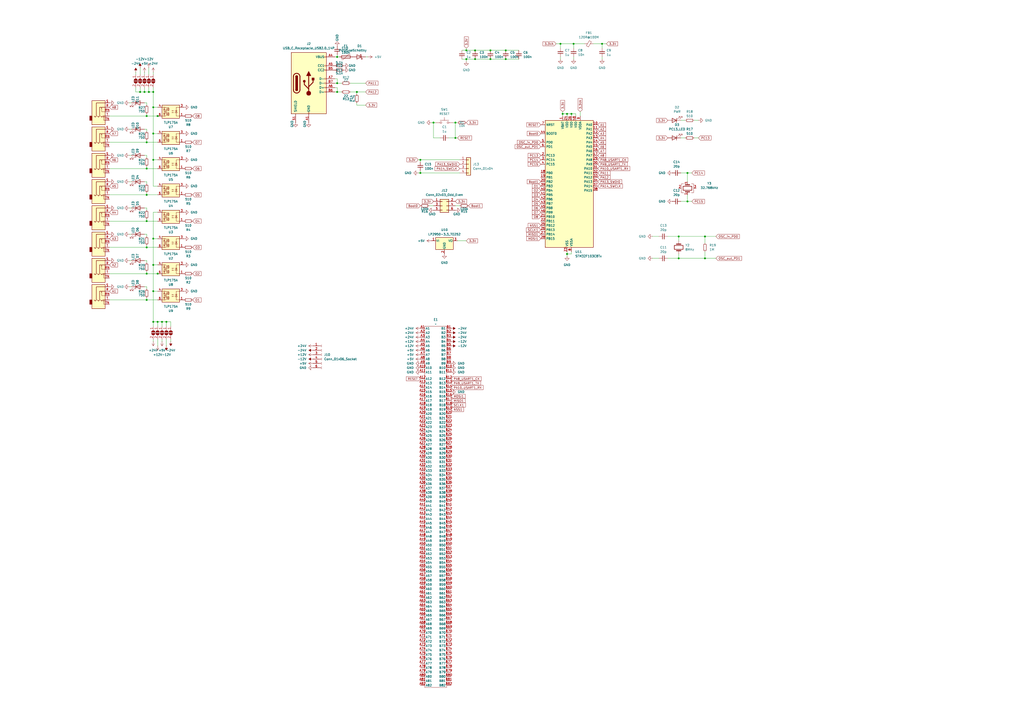
<source format=kicad_sch>
(kicad_sch (version 20231120) (generator "eeschema") (generator_version "8.0")
  (paper "A2")
  (lib_symbols
    (symbol "Connector:Conn_01x06_Socket" (pin_names (offset 1.016) hide)
      (property "Reference" "J" (at 0 7.62 0))
      (property "Value" "Conn_01x06_Socket" (at 0 -10.16 0))
      (symbol "Conn_01x06_Socket_1_1"
        (pin passive line (at -5.08 5.08 0) (length 3.81) (name "Pin_1") (number "1"))
        (pin passive line (at -5.08 2.54 0) (length 3.81) (name "Pin_2") (number "2"))
        (pin passive line (at -5.08 0 0) (length 3.81) (name "Pin_3") (number "3"))
        (pin passive line (at -5.08 -2.54 0) (length 3.81) (name "Pin_4") (number "4"))
        (pin passive line (at -5.08 -5.08 0) (length 3.81) (name "Pin_5") (number "5"))
        (pin passive line (at -5.08 -7.62 0) (length 3.81) (name "Pin_6") (number "6"))
      )
    )
    (symbol "Connector:USB_C_Receptacle_USB2.0_14P" (pin_names (offset 1.016))
      (property "Reference" "J" (at 0 22.225 0))
      (property "Value" "USB_C_Receptacle_USB2.0_14P" (at 0 19.685 0))
      (symbol "USB_C_Receptacle_USB2.0_14P_1_1"
        (pin passive line (at 0 -22.86 90) (length 5.08) (name "GND") (number "A1"))
        (pin passive line (at 0 -22.86 90) (length 5.08) hide (name "GND") (number "A12"))
        (pin passive line (at 15.24 15.24 180) (length 5.08) (name "VBUS") (number "A4"))
        (pin bidirectional line (at 15.24 10.16 180) (length 5.08) (name "CC1") (number "A5"))
        (pin bidirectional line (at 15.24 -2.54 180) (length 5.08) (name "D+") (number "A6"))
        (pin bidirectional line (at 15.24 2.54 180) (length 5.08) (name "D-") (number "A7"))
        (pin passive line (at 15.24 15.24 180) (length 5.08) hide (name "VBUS") (number "A9"))
        (pin passive line (at 0 -22.86 90) (length 5.08) hide (name "GND") (number "B1"))
        (pin passive line (at 0 -22.86 90) (length 5.08) hide (name "GND") (number "B12"))
        (pin passive line (at 15.24 15.24 180) (length 5.08) hide (name "VBUS") (number "B4"))
        (pin bidirectional line (at 15.24 7.62 180) (length 5.08) (name "CC2") (number "B5"))
        (pin bidirectional line (at 15.24 -5.08 180) (length 5.08) (name "D+") (number "B6"))
        (pin bidirectional line (at 15.24 0 180) (length 5.08) (name "D-") (number "B7"))
        (pin passive line (at 15.24 15.24 180) (length 5.08) hide (name "VBUS") (number "B9"))
        (pin passive line (at -7.62 -22.86 90) (length 5.08) (name "SHIELD") (number "S1"))
      )
    )
    (symbol "Connector_Audio:AudioJack3_SwitchTR"
      (property "Reference" "J" (at 0 8.89 0))
      (property "Value" "AudioJack3_SwitchTR" (at 0 6.35 0))
      (symbol "AudioJack3_SwitchTR_1_1"
        (pin passive line (at 5.08 0 180) (length 2.54) (name "~") (number "R"))
        (pin passive line (at 5.08 -2.54 180) (length 2.54) (name "~") (number "RN"))
        (pin passive line (at 5.08 2.54 180) (length 2.54) (name "~") (number "S"))
        (pin passive line (at 5.08 -5.08 180) (length 2.54) (name "~") (number "T"))
        (pin passive line (at 5.08 -7.62 180) (length 2.54) (name "~") (number "TN"))
      )
    )
    (symbol "Connector_Generic:Conn_01x04" (pin_names (offset 1.016) hide)
      (property "Reference" "J" (at 0 5.08 0))
      (property "Value" "Conn_01x04" (at 0 -7.62 0))
      (symbol "Conn_01x04_1_1"
        (pin passive line (at -5.08 2.54 0) (length 3.81) (name "Pin_1") (number "1"))
        (pin passive line (at -5.08 0 0) (length 3.81) (name "Pin_2") (number "2"))
        (pin passive line (at -5.08 -2.54 0) (length 3.81) (name "Pin_3") (number "3"))
        (pin passive line (at -5.08 -5.08 0) (length 3.81) (name "Pin_4") (number "4"))
      )
    )
    (symbol "Connector_Generic:Conn_02x03_Odd_Even" (pin_names (offset 1.016) hide)
      (property "Reference" "J" (at 1.27 5.08 0))
      (property "Value" "Conn_02x03_Odd_Even" (at 1.27 -5.08 0))
      (symbol "Conn_02x03_Odd_Even_1_1"
        (pin passive line (at -5.08 2.54 0) (length 3.81) (name "Pin_1") (number "1"))
        (pin passive line (at 7.62 2.54 180) (length 3.81) (name "Pin_2") (number "2"))
        (pin passive line (at -5.08 0 0) (length 3.81) (name "Pin_3") (number "3"))
        (pin passive line (at 7.62 0 180) (length 3.81) (name "Pin_4") (number "4"))
        (pin passive line (at -5.08 -2.54 0) (length 3.81) (name "Pin_5") (number "5"))
        (pin passive line (at 7.62 -2.54 180) (length 3.81) (name "Pin_6") (number "6"))
      )
    )
    (symbol "Device:C_Small" (pin_numbers hide) (pin_names (offset 0.254) hide)
      (property "Reference" "C" (at 0.254 1.778 0))
      (property "Value" "C_Small" (at 0.254 -2.032 0))
      (symbol "C_Small_1_1"
        (pin passive line (at 0 2.54 270) (length 2.032) (name "~") (number "1"))
        (pin passive line (at 0 -2.54 90) (length 2.032) (name "~") (number "2"))
      )
    )
    (symbol "Device:Crystal" (pin_numbers hide) (pin_names (offset 1.016) hide)
      (property "Reference" "Y" (at 0 3.81 0))
      (property "Value" "Crystal" (at 0 -3.81 0))
      (symbol "Crystal_1_1"
        (pin passive line (at -3.81 0 0) (length 1.27) (name "1") (number "1"))
        (pin passive line (at 3.81 0 180) (length 1.27) (name "2") (number "2"))
      )
    )
    (symbol "Device:Crystal_GND23" (pin_names (offset 1.016) hide)
      (property "Reference" "Y" (at 3.175 5.08 0))
      (property "Value" "Crystal_GND23" (at 3.175 3.175 0))
      (symbol "Crystal_GND23_1_1"
        (pin passive line (at -3.81 0 0) (length 1.27) (name "1") (number "1"))
        (pin passive line (at 0 5.08 270) (length 1.27) (name "2") (number "2"))
        (pin passive line (at 0 -5.08 90) (length 1.27) (name "3") (number "3"))
        (pin passive line (at 3.81 0 180) (length 1.27) (name "4") (number "4"))
      )
    )
    (symbol "Device:D_Schottky" (pin_numbers hide) (pin_names (offset 1.016) hide)
      (property "Reference" "D" (at 0 2.54 0))
      (property "Value" "D_Schottky" (at 0 -2.54 0))
      (symbol "D_Schottky_1_1"
        (pin passive line (at -3.81 0 0) (length 2.54) (name "K") (number "1"))
        (pin passive line (at 3.81 0 180) (length 2.54) (name "A") (number "2"))
      )
    )
    (symbol "Device:FerriteBead_Small" (pin_numbers hide) (pin_names (offset 0))
      (property "Reference" "FB" (at 1.905 1.27 0))
      (property "Value" "FerriteBead_Small" (at 1.905 -1.27 0))
      (symbol "FerriteBead_Small_1_1"
        (pin passive line (at 0 2.54 270) (length 1.27) (name "~") (number "1"))
        (pin passive line (at 0 -2.54 90) (length 1.27) (name "~") (number "2"))
      )
    )
    (symbol "Device:LED" (pin_numbers hide) (pin_names (offset 1.016) hide)
      (property "Reference" "D" (at 0 2.54 0))
      (property "Value" "LED" (at 0 -2.54 0))
      (symbol "LED_1_1"
        (pin passive line (at -3.81 0 0) (length 2.54) (name "K") (number "1"))
        (pin passive line (at 3.81 0 180) (length 2.54) (name "A") (number "2"))
      )
    )
    (symbol "Device:Polyfuse" (pin_numbers hide) (pin_names (offset 0))
      (property "Reference" "F" (at -2.54 0 90))
      (property "Value" "Polyfuse" (at 2.54 0 90))
      (symbol "Polyfuse_1_1"
        (pin passive line (at 0 3.81 270) (length 1.27) (name "~") (number "1"))
        (pin passive line (at 0 -3.81 90) (length 1.27) (name "~") (number "2"))
      )
    )
    (symbol "Device:R_Small" (pin_numbers hide) (pin_names (offset 0.254) hide)
      (property "Reference" "R" (at 0.762 0.508 0))
      (property "Value" "R_Small" (at 0.762 -1.016 0))
      (symbol "R_Small_1_1"
        (pin passive line (at 0 2.54 270) (length 0.762) (name "~") (number "1"))
        (pin passive line (at 0 -2.54 90) (length 0.762) (name "~") (number "2"))
      )
    )
    (symbol "Jumper:SolderJumper_2_Open" (pin_names (offset 0) hide)
      (property "Reference" "JP" (at 0 2.032 0))
      (property "Value" "SolderJumper_2_Open" (at 0 -2.54 0))
      (symbol "SolderJumper_2_Open_1_1"
        (pin passive line (at -3.81 0 0) (length 2.54) (name "A") (number "1"))
        (pin passive line (at 3.81 0 180) (length 2.54) (name "B") (number "2"))
      )
    )
    (symbol "MCU_ST_STM32F1:STM32F103C8Tx"
      (property "Reference" "U" (at -12.7 39.37 0))
      (property "Value" "STM32F103C8Tx" (at 10.16 39.37 0))
      (symbol "STM32F103C8Tx_1_1"
        (pin power_in line (at -2.54 40.64 270) (length 2.54) (name "VBAT") (number "1"))
        (pin bidirectional line (at 17.78 35.56 180) (length 2.54) (name "PA0") (number "10"))
        (pin bidirectional line (at 17.78 33.02 180) (length 2.54) (name "PA1") (number "11"))
        (pin bidirectional line (at 17.78 30.48 180) (length 2.54) (name "PA2") (number "12"))
        (pin bidirectional line (at 17.78 27.94 180) (length 2.54) (name "PA3") (number "13"))
        (pin bidirectional line (at 17.78 25.4 180) (length 2.54) (name "PA4") (number "14"))
        (pin bidirectional line (at 17.78 22.86 180) (length 2.54) (name "PA5") (number "15"))
        (pin bidirectional line (at 17.78 20.32 180) (length 2.54) (name "PA6") (number "16"))
        (pin bidirectional line (at 17.78 17.78 180) (length 2.54) (name "PA7") (number "17"))
        (pin bidirectional line (at -15.24 7.62 0) (length 2.54) (name "PB0") (number "18"))
        (pin bidirectional line (at -15.24 5.08 0) (length 2.54) (name "PB1") (number "19"))
        (pin bidirectional line (at -15.24 17.78 0) (length 2.54) (name "PC13") (number "2"))
        (pin bidirectional line (at -15.24 2.54 0) (length 2.54) (name "PB2") (number "20"))
        (pin bidirectional line (at -15.24 -17.78 0) (length 2.54) (name "PB10") (number "21"))
        (pin bidirectional line (at -15.24 -20.32 0) (length 2.54) (name "PB11") (number "22"))
        (pin power_in line (at 0 -38.1 90) (length 2.54) (name "VSS") (number "23"))
        (pin power_in line (at 0 40.64 270) (length 2.54) (name "VDD") (number "24"))
        (pin bidirectional line (at -15.24 -22.86 0) (length 2.54) (name "PB12") (number "25"))
        (pin bidirectional line (at -15.24 -25.4 0) (length 2.54) (name "PB13") (number "26"))
        (pin bidirectional line (at -15.24 -27.94 0) (length 2.54) (name "PB14") (number "27"))
        (pin bidirectional line (at -15.24 -30.48 0) (length 2.54) (name "PB15") (number "28"))
        (pin bidirectional line (at 17.78 15.24 180) (length 2.54) (name "PA8") (number "29"))
        (pin bidirectional line (at -15.24 15.24 0) (length 2.54) (name "PC14") (number "3"))
        (pin bidirectional line (at 17.78 12.7 180) (length 2.54) (name "PA9") (number "30"))
        (pin bidirectional line (at 17.78 10.16 180) (length 2.54) (name "PA10") (number "31"))
        (pin bidirectional line (at 17.78 7.62 180) (length 2.54) (name "PA11") (number "32"))
        (pin bidirectional line (at 17.78 5.08 180) (length 2.54) (name "PA12") (number "33"))
        (pin bidirectional line (at 17.78 2.54 180) (length 2.54) (name "PA13") (number "34"))
        (pin passive line (at 0 -38.1 90) (length 2.54) hide (name "VSS") (number "35"))
        (pin power_in line (at 2.54 40.64 270) (length 2.54) (name "VDD") (number "36"))
        (pin bidirectional line (at 17.78 0 180) (length 2.54) (name "PA14") (number "37"))
        (pin bidirectional line (at 17.78 -2.54 180) (length 2.54) (name "PA15") (number "38"))
        (pin bidirectional line (at -15.24 0 0) (length 2.54) (name "PB3") (number "39"))
        (pin bidirectional line (at -15.24 12.7 0) (length 2.54) (name "PC15") (number "4"))
        (pin bidirectional line (at -15.24 -2.54 0) (length 2.54) (name "PB4") (number "40"))
        (pin bidirectional line (at -15.24 -5.08 0) (length 2.54) (name "PB5") (number "41"))
        (pin bidirectional line (at -15.24 -7.62 0) (length 2.54) (name "PB6") (number "42"))
        (pin bidirectional line (at -15.24 -10.16 0) (length 2.54) (name "PB7") (number "43"))
        (pin input line (at -15.24 30.48 0) (length 2.54) (name "BOOT0") (number "44"))
        (pin bidirectional line (at -15.24 -12.7 0) (length 2.54) (name "PB8") (number "45"))
        (pin bidirectional line (at -15.24 -15.24 0) (length 2.54) (name "PB9") (number "46"))
        (pin passive line (at 0 -38.1 90) (length 2.54) hide (name "VSS") (number "47"))
        (pin power_in line (at 5.08 40.64 270) (length 2.54) (name "VDD") (number "48"))
        (pin bidirectional line (at -15.24 25.4 0) (length 2.54) (name "PD0") (number "5"))
        (pin bidirectional line (at -15.24 22.86 0) (length 2.54) (name "PD1") (number "6"))
        (pin input line (at -15.24 35.56 0) (length 2.54) (name "NRST") (number "7"))
        (pin power_in line (at 2.54 -38.1 90) (length 2.54) (name "VSSA") (number "8"))
        (pin power_in line (at 7.62 40.64 270) (length 2.54) (name "VDDA") (number "9"))
      )
    )
    (symbol "Regulator_Linear:LP2950-3.3_TO252" (pin_names (offset 0.254))
      (property "Reference" "U" (at -3.81 3.175 0))
      (property "Value" "LP2950-3.3_TO252" (at 0 3.175 0))
      (symbol "LP2950-3.3_TO252_1_1"
        (pin power_in line (at -7.62 0 0) (length 2.54) (name "VI") (number "1"))
        (pin power_in line (at 0 -7.62 90) (length 2.54) (name "GND") (number "2"))
        (pin power_out line (at 7.62 0 180) (length 2.54) (name "VO") (number "3"))
      )
    )
    (symbol "Relay_SolidState:TLP175A"
      (property "Reference" "U" (at -5.08 4.953 0))
      (property "Value" "TLP175A" (at -5.08 -5.08 0))
      (symbol "TLP175A_1_1"
        (pin passive line (at -7.62 2.54 0) (length 2.54) (name "~") (number "1"))
        (pin passive line (at -7.62 -2.54 0) (length 2.54) (name "~") (number "3"))
        (pin passive line (at 7.62 -2.54 180) (length 2.54) (name "~") (number "4"))
        (pin passive line (at 7.62 2.54 180) (length 2.54) (name "~") (number "6"))
      )
    )
    (symbol "Switch:SW_Push" (pin_numbers hide) (pin_names (offset 1.016) hide)
      (property "Reference" "SW" (at 1.27 2.54 0))
      (property "Value" "SW_Push" (at 0 -1.524 0))
      (symbol "SW_Push_0_1"
        (pin passive line (at -5.08 0 0) (length 2.54) (name "1") (number "1"))
        (pin passive line (at 5.08 0 180) (length 2.54) (name "2") (number "2"))
      )
    )
    (symbol "power:+12V" (power) (pin_numbers hide) (pin_names (offset 0) hide)
      (property "Value" "+12V" (at 0 3.556 0))
      (symbol "+12V_1_1"
        (pin power_in line (at 0 0 90) (length 0) (name "~") (number "1"))
      )
    )
    (symbol "power:+24V" (power) (pin_numbers hide) (pin_names (offset 0) hide)
      (property "Value" "+24V" (at 0 3.556 0))
      (symbol "+24V_1_1"
        (pin power_in line (at 0 0 90) (length 0) (name "~") (number "1"))
      )
    )
    (symbol "power:+5V" (power) (pin_numbers hide) (pin_names (offset 0) hide)
      (property "Value" "+5V" (at 0 3.556 0))
      (symbol "+5V_1_1"
        (pin power_in line (at 0 0 90) (length 0) (name "~") (number "1"))
      )
    )
    (symbol "power:-12V" (power) (pin_numbers hide) (pin_names (offset 0) hide)
      (property "Value" "-12V" (at 0 3.556 0))
      (symbol "-12V_0_0"
        (pin power_in line (at 0 0 90) (length 0) (name "~") (number "1"))
      )
    )
    (symbol "power:-24V" (power) (pin_numbers hide) (pin_names (offset 0) hide)
      (property "Value" "-24V" (at 0 3.556 0))
      (symbol "-24V_0_0"
        (pin power_in line (at 0 0 90) (length 0) (name "~") (number "1"))
      )
    )
    (symbol "power:GND" (power) (pin_numbers hide) (pin_names (offset 0) hide)
      (property "Value" "GND" (at 0 -3.81 0))
      (symbol "GND_1_1"
        (pin power_in line (at 0 0 270) (length 0) (name "~") (number "1"))
      )
    )
    (symbol "vac_cont_lib:pcie_x16"
      (property "Reference" "E1" (at 3.81 2.54 0))
      (property "Value" "~" (at 3.81 0 0))
      (symbol "pcie_x16_1_1"
        (pin input line (at -5.08 -2.54 0) (length 2.54) (name "A1") (number "A1"))
        (pin input line (at -5.08 -25.4 0) (length 2.54) (name "A10") (number "A10"))
        (pin input line (at -5.08 -27.94 0) (length 2.54) (name "A11") (number "A11"))
        (pin input line (at -5.08 -31.75 0) (length 2.54) (name "A12") (number "A12"))
        (pin input line (at -5.08 -34.29 0) (length 2.54) (name "A13") (number "A13"))
        (pin input line (at -5.08 -36.83 0) (length 2.54) (name "A14") (number "A14"))
        (pin input line (at -5.08 -39.37 0) (length 2.54) (name "A15") (number "A15"))
        (pin input line (at -5.08 -41.91 0) (length 2.54) (name "A16") (number "A16"))
        (pin input line (at -5.08 -44.45 0) (length 2.54) (name "A17") (number "A17"))
        (pin input line (at -5.08 -46.99 0) (length 2.54) (name "A18") (number "A18"))
        (pin input line (at -5.08 -49.53 0) (length 2.54) (name "A19") (number "A19"))
        (pin input line (at -5.08 -5.08 0) (length 2.54) (name "A2") (number "A2"))
        (pin input line (at -5.08 -52.07 0) (length 2.54) (name "A20") (number "A20"))
        (pin input line (at -5.08 -54.61 0) (length 2.54) (name "A21") (number "A21"))
        (pin input line (at -5.08 -57.15 0) (length 2.54) (name "A22") (number "A22"))
        (pin input line (at -5.08 -59.69 0) (length 2.54) (name "A23") (number "A23"))
        (pin input line (at -5.08 -62.23 0) (length 2.54) (name "A24") (number "A24"))
        (pin input line (at -5.08 -64.77 0) (length 2.54) (name "A25") (number "A25"))
        (pin input line (at -5.08 -67.31 0) (length 2.54) (name "A26") (number "A26"))
        (pin input line (at -5.08 -69.85 0) (length 2.54) (name "A27") (number "A27"))
        (pin input line (at -5.08 -72.39 0) (length 2.54) (name "A28") (number "A28"))
        (pin input line (at -5.08 -74.93 0) (length 2.54) (name "A29") (number "A29"))
        (pin input line (at -5.08 -7.62 0) (length 2.54) (name "A3") (number "A3"))
        (pin input line (at -5.08 -77.47 0) (length 2.54) (name "A30") (number "A30"))
        (pin input line (at -5.08 -80.01 0) (length 2.54) (name "A31") (number "A31"))
        (pin input line (at -5.08 -82.55 0) (length 2.54) (name "A32") (number "A32"))
        (pin input line (at -5.08 -85.09 0) (length 2.54) (name "A33") (number "A33"))
        (pin input line (at -5.08 -87.63 0) (length 2.54) (name "A34") (number "A34"))
        (pin input line (at -5.08 -90.17 0) (length 2.54) (name "A35") (number "A35"))
        (pin input line (at -5.08 -92.71 0) (length 2.54) (name "A36") (number "A36"))
        (pin input line (at -5.08 -95.25 0) (length 2.54) (name "A37") (number "A37"))
        (pin input line (at -5.08 -97.79 0) (length 2.54) (name "A38") (number "A38"))
        (pin input line (at -5.08 -100.33 0) (length 2.54) (name "A39") (number "A39"))
        (pin input line (at -5.08 -10.16 0) (length 2.54) (name "A4") (number "A4"))
        (pin input line (at -5.08 -102.87 0) (length 2.54) (name "A40") (number "A40"))
        (pin input line (at -5.08 -105.41 0) (length 2.54) (name "A41") (number "A41"))
        (pin input line (at -5.08 -107.95 0) (length 2.54) (name "A42") (number "A42"))
        (pin input line (at -5.08 -110.49 0) (length 2.54) (name "A43") (number "A43"))
        (pin input line (at -5.08 -113.03 0) (length 2.54) (name "A44") (number "A44"))
        (pin input line (at -5.08 -115.57 0) (length 2.54) (name "A45") (number "A45"))
        (pin input line (at -5.08 -118.11 0) (length 2.54) (name "A46") (number "A46"))
        (pin input line (at -5.08 -120.65 0) (length 2.54) (name "A47") (number "A47"))
        (pin input line (at -5.08 -123.19 0) (length 2.54) (name "A48") (number "A48"))
        (pin input line (at -5.08 -125.73 0) (length 2.54) (name "A49") (number "A49"))
        (pin input line (at -5.08 -12.7 0) (length 2.54) (name "A5") (number "A5"))
        (pin input line (at -5.08 -128.27 0) (length 2.54) (name "A50") (number "A50"))
        (pin input line (at -5.08 -130.81 0) (length 2.54) (name "A51") (number "A51"))
        (pin input line (at -5.08 -133.35 0) (length 2.54) (name "A52") (number "A52"))
        (pin input line (at -5.08 -135.89 0) (length 2.54) (name "A53") (number "A53"))
        (pin input line (at -5.08 -138.43 0) (length 2.54) (name "A54") (number "A54"))
        (pin input line (at -5.08 -140.97 0) (length 2.54) (name "A55") (number "A55"))
        (pin input line (at -5.08 -143.51 0) (length 2.54) (name "A56") (number "A56"))
        (pin input line (at -5.08 -146.05 0) (length 2.54) (name "A57") (number "A57"))
        (pin input line (at -5.08 -148.59 0) (length 2.54) (name "A58") (number "A58"))
        (pin input line (at -5.08 -151.13 0) (length 2.54) (name "A59") (number "A59"))
        (pin input line (at -5.08 -15.24 0) (length 2.54) (name "A6") (number "A6"))
        (pin input line (at -5.08 -153.67 0) (length 2.54) (name "A60") (number "A60"))
        (pin input line (at -5.08 -156.21 0) (length 2.54) (name "A61") (number "A61"))
        (pin input line (at -5.08 -158.75 0) (length 2.54) (name "A62") (number "A62"))
        (pin input line (at -5.08 -161.29 0) (length 2.54) (name "A63") (number "A63"))
        (pin input line (at -5.08 -163.83 0) (length 2.54) (name "A64") (number "A64"))
        (pin input line (at -5.08 -166.37 0) (length 2.54) (name "A65") (number "A65"))
        (pin input line (at -5.08 -168.91 0) (length 2.54) (name "A66") (number "A66"))
        (pin input line (at -5.08 -171.45 0) (length 2.54) (name "A67") (number "A67"))
        (pin input line (at -5.08 -173.99 0) (length 2.54) (name "A68") (number "A68"))
        (pin input line (at -5.08 -176.53 0) (length 2.54) (name "A69") (number "A69"))
        (pin input line (at -5.08 -17.78 0) (length 2.54) (name "A7") (number "A7"))
        (pin input line (at -5.08 -179.07 0) (length 2.54) (name "A70") (number "A70"))
        (pin input line (at -5.08 -181.61 0) (length 2.54) (name "A71") (number "A71"))
        (pin input line (at -5.08 -184.15 0) (length 2.54) (name "A72") (number "A72"))
        (pin input line (at -5.08 -186.69 0) (length 2.54) (name "A73") (number "A73"))
        (pin input line (at -5.08 -189.23 0) (length 2.54) (name "A74") (number "A74"))
        (pin input line (at -5.08 -191.77 0) (length 2.54) (name "A75") (number "A75"))
        (pin input line (at -5.08 -194.31 0) (length 2.54) (name "A76") (number "A76"))
        (pin input line (at -5.08 -196.85 0) (length 2.54) (name "A77") (number "A77"))
        (pin input line (at -5.08 -199.39 0) (length 2.54) (name "A78") (number "A78"))
        (pin input line (at -5.08 -201.93 0) (length 2.54) (name "A79") (number "A79"))
        (pin input line (at -5.08 -20.32 0) (length 2.54) (name "A8") (number "A8"))
        (pin input line (at -5.08 -204.47 0) (length 2.54) (name "A80") (number "A80"))
        (pin input line (at -5.08 -207.01 0) (length 2.54) (name "A81") (number "A81"))
        (pin input line (at -5.08 -209.55 0) (length 2.54) (name "A82") (number "A82"))
        (pin input line (at -5.08 -22.86 0) (length 2.54) (name "A9") (number "A9"))
        (pin input line (at 12.7 -2.54 180) (length 2.54) (name "B1") (number "B1"))
        (pin input line (at 12.7 -25.4 180) (length 2.54) (name "B10") (number "B10"))
        (pin input line (at 12.7 -27.94 180) (length 2.54) (name "B11") (number "B11"))
        (pin input line (at 12.7 -31.75 180) (length 2.54) (name "B12") (number "B12"))
        (pin input line (at 12.7 -34.29 180) (length 2.54) (name "B13") (number "B13"))
        (pin input line (at 12.7 -36.83 180) (length 2.54) (name "B14") (number "B14"))
        (pin input line (at 12.7 -39.37 180) (length 2.54) (name "B15") (number "B15"))
        (pin input line (at 12.7 -41.91 180) (length 2.54) (name "B16") (number "B16"))
        (pin input line (at 12.7 -44.45 180) (length 2.54) (name "B17") (number "B17"))
        (pin input line (at 12.7 -46.99 180) (length 2.54) (name "B18") (number "B18"))
        (pin input line (at 12.7 -49.53 180) (length 2.54) (name "B19") (number "B19"))
        (pin input line (at 12.7 -5.08 180) (length 2.54) (name "B2") (number "B2"))
        (pin input line (at 12.7 -52.07 180) (length 2.54) (name "B20") (number "B20"))
        (pin input line (at 12.7 -54.61 180) (length 2.54) (name "B21") (number "B21"))
        (pin input line (at 12.7 -57.15 180) (length 2.54) (name "B22") (number "B22"))
        (pin input line (at 12.7 -59.69 180) (length 2.54) (name "B23") (number "B23"))
        (pin input line (at 12.7 -62.23 180) (length 2.54) (name "B24") (number "B24"))
        (pin input line (at 12.7 -64.77 180) (length 2.54) (name "B25") (number "B25"))
        (pin input line (at 12.7 -67.31 180) (length 2.54) (name "B26") (number "B26"))
        (pin input line (at 12.7 -69.85 180) (length 2.54) (name "B27") (number "B27"))
        (pin input line (at 12.7 -72.39 180) (length 2.54) (name "B28") (number "B28"))
        (pin input line (at 12.7 -74.93 180) (length 2.54) (name "B29") (number "B29"))
        (pin input line (at 12.7 -7.62 180) (length 2.54) (name "B3") (number "B3"))
        (pin input line (at 12.7 -77.47 180) (length 2.54) (name "B30") (number "B30"))
        (pin input line (at 12.7 -80.01 180) (length 2.54) (name "B31") (number "B31"))
        (pin input line (at 12.7 -82.55 180) (length 2.54) (name "B32") (number "B32"))
        (pin input line (at 12.7 -85.09 180) (length 2.54) (name "B33") (number "B33"))
        (pin input line (at 12.7 -87.63 180) (length 2.54) (name "B34") (number "B34"))
        (pin input line (at 12.7 -90.17 180) (length 2.54) (name "B35") (number "B35"))
        (pin input line (at 12.7 -92.71 180) (length 2.54) (name "B36") (number "B36"))
        (pin input line (at 12.7 -95.25 180) (length 2.54) (name "B37") (number "B37"))
        (pin input line (at 12.7 -97.79 180) (length 2.54) (name "B38") (number "B38"))
        (pin input line (at 12.7 -100.33 180) (length 2.54) (name "B39") (number "B39"))
        (pin input line (at 12.7 -10.16 180) (length 2.54) (name "B4") (number "B4"))
        (pin input line (at 12.7 -102.87 180) (length 2.54) (name "B40") (number "B40"))
        (pin input line (at 12.7 -105.41 180) (length 2.54) (name "B41") (number "B41"))
        (pin input line (at 12.7 -107.95 180) (length 2.54) (name "B42") (number "B42"))
        (pin input line (at 12.7 -110.49 180) (length 2.54) (name "B43") (number "B43"))
        (pin input line (at 12.7 -113.03 180) (length 2.54) (name "B44") (number "B44"))
        (pin input line (at 12.7 -115.57 180) (length 2.54) (name "B45") (number "B45"))
        (pin input line (at 12.7 -118.11 180) (length 2.54) (name "B46") (number "B46"))
        (pin input line (at 12.7 -120.65 180) (length 2.54) (name "B47") (number "B47"))
        (pin input line (at 12.7 -123.19 180) (length 2.54) (name "B48") (number "B48"))
        (pin input line (at 12.7 -125.73 180) (length 2.54) (name "B49") (number "B49"))
        (pin input line (at 12.7 -12.7 180) (length 2.54) (name "B5") (number "B5"))
        (pin input line (at 12.7 -128.27 180) (length 2.54) (name "B50") (number "B50"))
        (pin input line (at 12.7 -130.81 180) (length 2.54) (name "B51") (number "B51"))
        (pin input line (at 12.7 -133.35 180) (length 2.54) (name "B52") (number "B52"))
        (pin input line (at 12.7 -135.89 180) (length 2.54) (name "B53") (number "B53"))
        (pin input line (at 12.7 -138.43 180) (length 2.54) (name "B54") (number "B54"))
        (pin input line (at 12.7 -140.97 180) (length 2.54) (name "B55") (number "B55"))
        (pin input line (at 12.7 -143.51 180) (length 2.54) (name "B56") (number "B56"))
        (pin input line (at 12.7 -146.05 180) (length 2.54) (name "B57") (number "B57"))
        (pin input line (at 12.7 -148.59 180) (length 2.54) (name "B58") (number "B58"))
        (pin input line (at 12.7 -151.13 180) (length 2.54) (name "B59") (number "B59"))
        (pin input line (at 12.7 -15.24 180) (length 2.54) (name "B6") (number "B6"))
        (pin input line (at 12.7 -153.67 180) (length 2.54) (name "B60") (number "B60"))
        (pin input line (at 12.7 -156.21 180) (length 2.54) (name "B61") (number "B61"))
        (pin input line (at 12.7 -158.75 180) (length 2.54) (name "B62") (number "B62"))
        (pin input line (at 12.7 -161.29 180) (length 2.54) (name "B63") (number "B63"))
        (pin input line (at 12.7 -163.83 180) (length 2.54) (name "B64") (number "B64"))
        (pin input line (at 12.7 -166.37 180) (length 2.54) (name "B65") (number "B65"))
        (pin input line (at 12.7 -168.91 180) (length 2.54) (name "B66") (number "B66"))
        (pin input line (at 12.7 -171.45 180) (length 2.54) (name "B67") (number "B67"))
        (pin input line (at 12.7 -173.99 180) (length 2.54) (name "B68") (number "B68"))
        (pin input line (at 12.7 -176.53 180) (length 2.54) (name "B69") (number "B69"))
        (pin input line (at 12.7 -17.78 180) (length 2.54) (name "B7") (number "B7"))
        (pin input line (at 12.7 -179.07 180) (length 2.54) (name "B70") (number "B70"))
        (pin input line (at 12.7 -181.61 180) (length 2.54) (name "B71") (number "B71"))
        (pin input line (at 12.7 -184.15 180) (length 2.54) (name "B72") (number "B72"))
        (pin input line (at 12.7 -186.69 180) (length 2.54) (name "B73") (number "B73"))
        (pin input line (at 12.7 -189.23 180) (length 2.54) (name "B74") (number "B74"))
        (pin input line (at 12.7 -191.77 180) (length 2.54) (name "B75") (number "B75"))
        (pin input line (at 12.7 -194.31 180) (length 2.54) (name "B76") (number "B76"))
        (pin input line (at 12.7 -196.85 180) (length 2.54) (name "B77") (number "B77"))
        (pin input line (at 12.7 -199.39 180) (length 2.54) (name "B78") (number "B78"))
        (pin input line (at 12.7 -201.93 180) (length 2.54) (name "B79") (number "B79"))
        (pin input line (at 12.7 -20.32 180) (length 2.54) (name "B8") (number "B8"))
        (pin input line (at 12.7 -204.47 180) (length 2.54) (name "B80") (number "B80"))
        (pin input line (at 12.7 -207.01 180) (length 2.54) (name "B81") (number "B81"))
        (pin input line (at 12.7 -209.55 180) (length 2.54) (name "B82") (number "B82"))
        (pin input line (at 12.7 -22.86 180) (length 2.54) (name "B9") (number "B9"))
      )
    )
  )
  (junction (at 88.9 186.69))
  (junction (at 93.98 186.69))
  (junction (at 284.48 34.29))
  (junction (at 326.39 66.04))
  (junction (at 398.78 100.33))
  (junction (at 85.09 173.99))
  (junction (at 91.44 158.75))
  (junction (at 328.93 66.04))
  (junction (at 243.84 92.71))
  (junction (at 398.78 116.84))
  (junction (at 270.51 29.21))
  (junction (at 275.59 34.29))
  (junction (at 85.09 128.27))
  (junction (at 293.37 34.29))
  (junction (at 88.9 168.91))
  (junction (at 88.9 62.23))
  (junction (at 243.84 100.33))
  (junction (at 195.58 53.34))
  (junction (at 86.36 53.34))
  (junction (at 88.9 53.34))
  (junction (at 85.09 97.79))
  (junction (at 293.37 29.21))
  (junction (at 393.7 149.86))
  (junction (at 207.01 53.34))
  (junction (at 91.44 67.31))
  (junction (at 325.12 25.4))
  (junction (at 85.09 67.31))
  (junction (at 284.48 29.21))
  (junction (at 88.9 138.43))
  (junction (at 88.9 153.67))
  (junction (at 393.7 137.16))
  (junction (at 275.59 29.21))
  (junction (at 328.93 147.32))
  (junction (at 85.09 113.03))
  (junction (at 408.94 137.16))
  (junction (at 88.9 92.71))
  (junction (at 96.52 186.69))
  (junction (at 270.51 34.29))
  (junction (at 91.44 186.69))
  (junction (at 195.58 48.26))
  (junction (at 85.09 82.55))
  (junction (at 331.47 66.04))
  (junction (at 264.16 80.01))
  (junction (at 251.46 71.12))
  (junction (at 88.9 77.47))
  (junction (at 349.25 25.4))
  (junction (at 81.28 53.34))
  (junction (at 195.58 33.02))
  (junction (at 85.09 143.51))
  (junction (at 85.09 158.75))
  (junction (at 83.82 53.34))
  (junction (at 264.16 71.12))
  (junction (at 408.94 149.86))
  (junction (at 332.74 25.4))
  (wire (pts (xy 78.74 53.34) (xy 81.28 53.34)))
  (wire (pts (xy 88.9 92.71) (xy 88.9 77.47)))
  (wire (pts (xy 326.39 64.77) (xy 326.39 66.04)))
  (wire (pts (xy 76.2 105.41) (xy 74.93 105.41)))
  (wire (pts (xy 402.59 80.01) (xy 405.13 80.01)))
  (wire (pts (xy 88.9 189.23) (xy 88.9 186.69)))
  (wire (pts (xy 194.31 33.02) (xy 195.58 33.02)))
  (wire (pts (xy 85.09 120.65) (xy 85.09 121.92)))
  (wire (pts (xy 88.9 168.91) (xy 88.9 153.67)))
  (wire (pts (xy 85.09 135.89) (xy 85.09 137.16)))
  (wire (pts (xy 88.9 198.12) (xy 88.9 196.85)))
  (wire (pts (xy 85.09 128.27) (xy 63.5 128.27)))
  (wire (pts (xy 262.89 71.12) (xy 264.16 71.12)))
  (wire (pts (xy 83.82 90.17) (xy 85.09 90.17)))
  (wire (pts (xy 408.94 149.86) (xy 393.7 149.86)))
  (wire (pts (xy 328.93 146.05) (xy 328.93 147.32)))
  (wire (pts (xy 328.93 147.32) (xy 328.93 148.59)))
  (wire (pts (xy 243.84 92.71) (xy 266.7 92.71)))
  (wire (pts (xy 195.58 33.02) (xy 196.85 33.02)))
  (wire (pts (xy 332.74 33.02) (xy 332.74 34.29)))
  (wire (pts (xy 349.25 33.02) (xy 349.25 34.29)))
  (wire (pts (xy 270.51 34.29) (xy 275.59 34.29)))
  (wire (pts (xy 85.09 67.31) (xy 85.09 66.04)))
  (wire (pts (xy 91.44 143.51) (xy 85.09 143.51)))
  (wire (pts (xy 203.2 48.26) (xy 212.09 48.26)))
  (wire (pts (xy 91.44 138.43) (xy 88.9 138.43)))
  (wire (pts (xy 76.2 166.37) (xy 74.93 166.37)))
  (wire (pts (xy 86.36 53.34) (xy 86.36 50.8)))
  (wire (pts (xy 91.44 62.23) (xy 88.9 62.23)))
  (wire (pts (xy 334.01 66.04) (xy 334.01 67.31)))
  (wire (pts (xy 394.97 80.01) (xy 397.51 80.01)))
  (wire (pts (xy 398.78 100.33) (xy 398.78 105.41)))
  (wire (pts (xy 85.09 97.79) (xy 85.09 96.52)))
  (wire (pts (xy 195.58 50.8) (xy 195.58 53.34)))
  (wire (pts (xy 81.28 43.18) (xy 81.28 39.37)))
  (wire (pts (xy 195.58 48.26) (xy 198.12 48.26)))
  (wire (pts (xy 332.74 25.4) (xy 332.74 27.94)))
  (wire (pts (xy 91.44 128.27) (xy 85.09 128.27)))
  (wire (pts (xy 88.9 138.43) (xy 88.9 123.19)))
  (wire (pts (xy 270.51 35.56) (xy 270.51 34.29)))
  (wire (pts (xy 76.2 151.13) (xy 74.93 151.13)))
  (wire (pts (xy 85.09 113.03) (xy 85.09 111.76)))
  (wire (pts (xy 293.37 34.29) (xy 300.99 34.29)))
  (wire (pts (xy 93.98 198.12) (xy 93.98 196.85)))
  (wire (pts (xy 85.09 59.69) (xy 85.09 60.96)))
  (wire (pts (xy 91.44 173.99) (xy 85.09 173.99)))
  (wire (pts (xy 85.09 113.03) (xy 63.5 113.03)))
  (wire (pts (xy 85.09 158.75) (xy 63.5 158.75)))
  (wire (pts (xy 91.44 153.67) (xy 88.9 153.67)))
  (wire (pts (xy 83.82 135.89) (xy 85.09 135.89)))
  (wire (pts (xy 248.92 119.38) (xy 251.46 119.38)))
  (wire (pts (xy 85.09 166.37) (xy 85.09 167.64)))
  (wire (pts (xy 394.97 69.85) (xy 397.51 69.85)))
  (wire (pts (xy 398.78 100.33) (xy 401.32 100.33)))
  (wire (pts (xy 91.44 82.55) (xy 85.09 82.55)))
  (wire (pts (xy 85.09 74.93) (xy 85.09 76.2)))
  (wire (pts (xy 85.09 128.27) (xy 85.09 127)))
  (wire (pts (xy 99.06 198.12) (xy 99.06 196.85)))
  (wire (pts (xy 85.09 82.55) (xy 63.5 82.55)))
  (wire (pts (xy 408.94 140.97) (xy 408.94 137.16)))
  (wire (pts (xy 195.58 48.26) (xy 194.31 48.26)))
  (wire (pts (xy 394.97 116.84) (xy 398.78 116.84)))
  (wire (pts (xy 91.44 196.85) (xy 91.44 200.66)))
  (wire (pts (xy 85.09 158.75) (xy 85.09 157.48)))
  (wire (pts (xy 91.44 67.31) (xy 85.09 67.31)))
  (wire (pts (xy 393.7 149.86) (xy 387.35 149.86)))
  (wire (pts (xy 83.82 166.37) (xy 85.09 166.37)))
  (wire (pts (xy 85.09 173.99) (xy 63.5 173.99)))
  (wire (pts (xy 264.16 71.12) (xy 265.43 71.12)))
  (wire (pts (xy 402.59 69.85) (xy 405.13 69.85)))
  (wire (pts (xy 394.97 100.33) (xy 398.78 100.33)))
  (wire (pts (xy 328.93 66.04) (xy 326.39 66.04)))
  (wire (pts (xy 349.25 25.4) (xy 351.79 25.4)))
  (wire (pts (xy 85.09 97.79) (xy 63.5 97.79)))
  (wire (pts (xy 91.44 97.79) (xy 85.09 97.79)))
  (wire (pts (xy 91.44 123.19) (xy 88.9 123.19)))
  (wire (pts (xy 76.2 90.17) (xy 74.93 90.17)))
  (wire (pts (xy 92.71 67.31) (xy 91.44 67.31)))
  (wire (pts (xy 85.09 67.31) (xy 63.5 67.31)))
  (wire (pts (xy 243.84 92.71) (xy 243.84 93.98)))
  (wire (pts (xy 195.58 31.75) (xy 195.58 33.02)))
  (wire (pts (xy 251.46 71.12) (xy 252.73 71.12)))
  (wire (pts (xy 86.36 43.18) (xy 86.36 39.37)))
  (wire (pts (xy 76.2 120.65) (xy 74.93 120.65)))
  (wire (pts (xy 275.59 34.29) (xy 284.48 34.29)))
  (wire (pts (xy 251.46 80.01) (xy 255.27 80.01)))
  (wire (pts (xy 83.82 120.65) (xy 85.09 120.65)))
  (wire (pts (xy 88.9 62.23) (xy 88.9 53.34)))
  (wire (pts (xy 328.93 147.32) (xy 331.47 147.32)))
  (wire (pts (xy 264.16 80.01) (xy 260.35 80.01)))
  (wire (pts (xy 212.09 60.96) (xy 207.01 60.96)))
  (wire (pts (xy 83.82 59.69) (xy 85.09 59.69)))
  (wire (pts (xy 91.44 158.75) (xy 85.09 158.75)))
  (wire (pts (xy 85.09 143.51) (xy 63.5 143.51)))
  (wire (pts (xy 325.12 25.4) (xy 332.74 25.4)))
  (wire (pts (xy 382.27 149.86) (xy 378.46 149.86)))
  (wire (pts (xy 76.2 135.89) (xy 74.93 135.89)))
  (wire (pts (xy 250.19 71.12) (xy 251.46 71.12)))
  (wire (pts (xy 325.12 33.02) (xy 325.12 34.29)))
  (wire (pts (xy 251.46 71.12) (xy 251.46 80.01)))
  (wire (pts (xy 265.43 139.7) (xy 270.51 139.7)))
  (wire (pts (xy 88.9 41.91) (xy 88.9 43.18)))
  (wire (pts (xy 267.97 34.29) (xy 270.51 34.29)))
  (wire (pts (xy 83.82 41.91) (xy 83.82 43.18)))
  (wire (pts (xy 88.9 186.69) (xy 88.9 168.91)))
  (wire (pts (xy 398.78 113.03) (xy 398.78 116.84)))
  (wire (pts (xy 76.2 74.93) (xy 74.93 74.93)))
  (wire (pts (xy 85.09 143.51) (xy 85.09 142.24)))
  (wire (pts (xy 331.47 66.04) (xy 328.93 66.04)))
  (wire (pts (xy 336.55 64.77) (xy 336.55 67.31)))
  (wire (pts (xy 88.9 107.95) (xy 88.9 92.71)))
  (wire (pts (xy 88.9 53.34) (xy 88.9 50.8)))
  (wire (pts (xy 328.93 66.04) (xy 328.93 67.31)))
  (wire (pts (xy 88.9 186.69) (xy 91.44 186.69)))
  (wire (pts (xy 78.74 50.8) (xy 78.74 53.34)))
  (wire (pts (xy 284.48 29.21) (xy 293.37 29.21)))
  (wire (pts (xy 212.09 33.02) (xy 213.36 33.02)))
  (wire (pts (xy 88.9 153.67) (xy 88.9 138.43)))
  (wire (pts (xy 91.44 77.47) (xy 88.9 77.47)))
  (wire (pts (xy 270.51 29.21) (xy 275.59 29.21)))
  (wire (pts (xy 270.51 27.94) (xy 270.51 29.21)))
  (wire (pts (xy 99.06 186.69) (xy 96.52 186.69)))
  (wire (pts (xy 334.01 66.04) (xy 331.47 66.04)))
  (wire (pts (xy 91.44 168.91) (xy 88.9 168.91)))
  (wire (pts (xy 83.82 105.41) (xy 85.09 105.41)))
  (wire (pts (xy 387.35 137.16) (xy 393.7 137.16)))
  (wire (pts (xy 349.25 27.94) (xy 349.25 25.4)))
  (wire (pts (xy 91.44 189.23) (xy 91.44 186.69)))
  (wire (pts (xy 339.09 25.4) (xy 332.74 25.4)))
  (wire (pts (xy 207.01 53.34) (xy 207.01 54.61)))
  (wire (pts (xy 243.84 100.33) (xy 266.7 100.33)))
  (wire (pts (xy 76.2 59.69) (xy 74.93 59.69)))
  (wire (pts (xy 393.7 147.32) (xy 393.7 149.86)))
  (wire (pts (xy 242.57 100.33) (xy 243.84 100.33)))
  (wire (pts (xy 195.58 45.72) (xy 195.58 48.26)))
  (wire (pts (xy 96.52 196.85) (xy 96.52 200.66)))
  (wire (pts (xy 408.94 137.16) (xy 415.29 137.16)))
  (wire (pts (xy 85.09 82.55) (xy 85.09 81.28)))
  (wire (pts (xy 78.74 41.91) (xy 78.74 43.18)))
  (wire (pts (xy 85.09 105.41) (xy 85.09 106.68)))
  (wire (pts (xy 203.2 53.34) (xy 207.01 53.34)))
  (wire (pts (xy 242.57 92.71) (xy 243.84 92.71)))
  (wire (pts (xy 81.28 50.8) (xy 81.28 53.34)))
  (wire (pts (xy 81.28 53.34) (xy 83.82 53.34)))
  (wire (pts (xy 86.36 53.34) (xy 83.82 53.34)))
  (wire (pts (xy 92.71 158.75) (xy 91.44 158.75)))
  (wire (pts (xy 207.01 60.96) (xy 207.01 59.69)))
  (wire (pts (xy 85.09 151.13) (xy 85.09 152.4)))
  (wire (pts (xy 325.12 27.94) (xy 325.12 25.4)))
  (wire (pts (xy 91.44 107.95) (xy 88.9 107.95)))
  (wire (pts (xy 195.58 53.34) (xy 198.12 53.34)))
  (wire (pts (xy 331.47 66.04) (xy 331.47 67.31)))
  (wire (pts (xy 243.84 99.06) (xy 243.84 100.33)))
  (wire (pts (xy 393.7 137.16) (xy 393.7 139.7)))
  (wire (pts (xy 326.39 66.04) (xy 326.39 67.31)))
  (wire (pts (xy 194.31 50.8) (xy 195.58 50.8)))
  (wire (pts (xy 331.47 146.05) (xy 331.47 147.32)))
  (wire (pts (xy 264.16 71.12) (xy 264.16 80.01)))
  (wire (pts (xy 393.7 137.16) (xy 408.94 137.16)))
  (wire (pts (xy 194.31 45.72) (xy 195.58 45.72)))
  (wire (pts (xy 99.06 189.23) (xy 99.06 186.69)))
  (wire (pts (xy 91.44 113.03) (xy 85.09 113.03)))
  (wire (pts (xy 378.46 137.16) (xy 382.27 137.16)))
  (wire (pts (xy 88.9 77.47) (xy 88.9 62.23)))
  (wire (pts (xy 83.82 74.93) (xy 85.09 74.93)))
  (wire (pts (xy 408.94 149.86) (xy 415.29 149.86)))
  (wire (pts (xy 96.52 189.23) (xy 96.52 186.69)))
  (wire (pts (xy 264.16 119.38) (xy 266.7 119.38)))
  (wire (pts (xy 88.9 53.34) (xy 86.36 53.34)))
  (wire (pts (xy 91.44 186.69) (xy 93.98 186.69)))
  (wire (pts (xy 284.48 34.29) (xy 293.37 34.29)))
  (wire (pts (xy 275.59 29.21) (xy 284.48 29.21)))
  (wire (pts (xy 344.17 25.4) (xy 349.25 25.4)))
  (wire (pts (xy 293.37 29.21) (xy 300.99 29.21)))
  (wire (pts (xy 85.09 90.17) (xy 85.09 91.44)))
  (wire (pts (xy 322.58 25.4) (xy 325.12 25.4)))
  (wire (pts (xy 267.97 29.21) (xy 270.51 29.21)))
  (wire (pts (xy 91.44 92.71) (xy 88.9 92.71)))
  (wire (pts (xy 408.94 146.05) (xy 408.94 149.86)))
  (wire (pts (xy 96.52 186.69) (xy 93.98 186.69)))
  (wire (pts (xy 398.78 116.84) (xy 401.32 116.84)))
  (wire (pts (xy 85.09 173.99) (xy 85.09 172.72)))
  (wire (pts (xy 264.16 80.01) (xy 265.43 80.01)))
  (wire (pts (xy 83.82 151.13) (xy 85.09 151.13)))
  (wire (pts (xy 83.82 53.34) (xy 83.82 50.8)))
  (wire (pts (xy 207.01 53.34) (xy 212.09 53.34)))
  (wire (pts (xy 93.98 189.23) (xy 93.98 186.69)))
  (wire (pts (xy 195.58 53.34) (xy 194.31 53.34)))
  (global_label "O1" (shape input) (at 313.69 107.95 180) (property "Intersheetrefs" "${INTERSHEET_REFS}" (effects (hide yes))))
  (global_label "A2" (shape input) (at 63.5 153.67 0) (property "Intersheetrefs" "${INTERSHEET_REFS}" (effects (hide yes))))
  (global_label "O6" (shape input) (at 111.76 97.79 0) (property "Intersheetrefs" "${INTERSHEET_REFS}" (effects (hide yes))))
  (global_label "A4" (shape input) (at 346.71 80.01 0) (property "Intersheetrefs" "${INTERSHEET_REFS}" (effects (hide yes))))
  (global_label "PC15" (shape input) (at 313.69 95.25 180) (property "Intersheetrefs" "${INTERSHEET_REFS}" (effects (hide yes))))
  (global_label "O4" (shape input) (at 313.69 115.57 180) (property "Intersheetrefs" "${INTERSHEET_REFS}" (effects (hide yes))))
  (global_label "A8" (shape input) (at 346.71 90.17 0) (property "Intersheetrefs" "${INTERSHEET_REFS}" (effects (hide yes))))
  (global_label "Boot1" (shape input) (at 313.69 105.41 180) (property "Intersheetrefs" "${INTERSHEET_REFS}" (effects (hide yes))))
  (global_label "O4" (shape input) (at 111.76 128.27 0) (property "Intersheetrefs" "${INTERSHEET_REFS}" (effects (hide yes))))
  (global_label "O1" (shape input) (at 111.76 173.99 0) (property "Intersheetrefs" "${INTERSHEET_REFS}" (effects (hide yes))))
  (global_label "3.3V" (shape input) (at 242.57 92.71 180) (property "Intersheetrefs" "${INTERSHEET_REFS}" (effects (hide yes))))
  (global_label "A1" (shape input) (at 63.5 168.91 0) (property "Intersheetrefs" "${INTERSHEET_REFS}" (effects (hide yes))))
  (global_label "3.3VA" (shape input) (at 322.58 25.4 180) (property "Intersheetrefs" "${INTERSHEET_REFS}" (effects (hide yes))))
  (global_label "PC13" (shape input) (at 405.13 80.01 0) (property "Intersheetrefs" "${INTERSHEET_REFS}" (effects (hide yes))))
  (global_label "A6" (shape input) (at 63.5 92.71 0) (property "Intersheetrefs" "${INTERSHEET_REFS}" (effects (hide yes))))
  (global_label "PA14_SWCLK" (shape input) (at 266.7 97.79 180) (property "Intersheetrefs" "${INTERSHEET_REFS}" (effects (hide yes))))
  (global_label "O2" (shape input) (at 313.69 110.49 180) (property "Intersheetrefs" "${INTERSHEET_REFS}" (effects (hide yes))))
  (global_label "O2" (shape input) (at 111.76 158.75 0) (property "Intersheetrefs" "${INTERSHEET_REFS}" (effects (hide yes))))
  (global_label "A6" (shape input) (at 346.71 85.09 0) (property "Intersheetrefs" "${INTERSHEET_REFS}" (effects (hide yes))))
  (global_label "MISO1" (shape input) (at 313.69 135.89 180) (property "Intersheetrefs" "${INTERSHEET_REFS}" (effects (hide yes))))
  (global_label "NSS1" (shape input) (at 313.69 130.81 180) (property "Intersheetrefs" "${INTERSHEET_REFS}" (effects (hide yes))))
  (global_label "A3" (shape input) (at 346.71 77.47 0) (property "Intersheetrefs" "${INTERSHEET_REFS}" (effects (hide yes))))
  (global_label "PC15" (shape input) (at 401.32 116.84 0) (property "Intersheetrefs" "${INTERSHEET_REFS}" (effects (hide yes))))
  (global_label "3.3V" (shape input) (at 264.16 116.84 0) (property "Intersheetrefs" "${INTERSHEET_REFS}" (effects (hide yes))))
  (global_label "A5" (shape input) (at 346.71 82.55 0) (property "Intersheetrefs" "${INTERSHEET_REFS}" (effects (hide yes))))
  (global_label "O5" (shape input) (at 313.69 118.11 180) (property "Intersheetrefs" "${INTERSHEET_REFS}" (effects (hide yes))))
  (global_label "3.3V" (shape input) (at 251.46 116.84 180) (property "Intersheetrefs" "${INTERSHEET_REFS}" (effects (hide yes))))
  (global_label "RESET" (shape input) (at 313.69 72.39 180) (property "Intersheetrefs" "${INTERSHEET_REFS}" (effects (hide yes))))
  (global_label "SCLK1" (shape input) (at 261.62 234.95 0) (property "Intersheetrefs" "${INTERSHEET_REFS}" (effects (hide yes))))
  (global_label "NSS1" (shape input) (at 261.62 237.49 0) (property "Intersheetrefs" "${INTERSHEET_REFS}" (effects (hide yes))))
  (global_label "PA13_SWDIO" (shape input) (at 346.71 105.41 0) (property "Intersheetrefs" "${INTERSHEET_REFS}" (effects (hide yes))))
  (global_label "OSC_out_PD1" (shape input) (at 313.69 85.09 180) (property "Intersheetrefs" "${INTERSHEET_REFS}" (effects (hide yes))))
  (global_label "3.3V" (shape input) (at 212.09 60.96 0) (property "Intersheetrefs" "${INTERSHEET_REFS}" (effects (hide yes))))
  (global_label "Boot0" (shape input) (at 313.69 77.47 180) (property "Intersheetrefs" "${INTERSHEET_REFS}" (effects (hide yes))))
  (global_label "PC14" (shape input) (at 401.32 100.33 0) (property "Intersheetrefs" "${INTERSHEET_REFS}" (effects (hide yes))))
  (global_label "O7" (shape input) (at 111.76 82.55 0) (property "Intersheetrefs" "${INTERSHEET_REFS}" (effects (hide yes))))
  (global_label "PA11" (shape input) (at 346.71 100.33 0) (property "Intersheetrefs" "${INTERSHEET_REFS}" (effects (hide yes))))
  (global_label "PA8_USART1_CK" (shape input) (at 261.62 219.71 0) (property "Intersheetrefs" "${INTERSHEET_REFS}" (effects (hide yes))))
  (global_label "Boot1" (shape input) (at 271.78 119.38 0) (property "Intersheetrefs" "${INTERSHEET_REFS}" (effects (hide yes))))
  (global_label "PA8_USART1_CK" (shape input) (at 346.71 92.71 0) (property "Intersheetrefs" "${INTERSHEET_REFS}" (effects (hide yes))))
  (global_label "A8" (shape input) (at 63.5 62.23 0) (property "Intersheetrefs" "${INTERSHEET_REFS}" (effects (hide yes))))
  (global_label "SCLK1" (shape input) (at 313.69 133.35 180) (property "Intersheetrefs" "${INTERSHEET_REFS}" (effects (hide yes))))
  (global_label "PA10_USART1_RX" (shape input) (at 261.62 224.79 0) (property "Intersheetrefs" "${INTERSHEET_REFS}" (effects (hide yes))))
  (global_label "RESET" (shape input) (at 243.84 219.71 180) (property "Intersheetrefs" "${INTERSHEET_REFS}" (effects (hide yes))))
  (global_label "A7" (shape input) (at 346.71 87.63 0) (property "Intersheetrefs" "${INTERSHEET_REFS}" (effects (hide yes))))
  (global_label "PA11" (shape input) (at 212.09 48.26 0) (property "Intersheetrefs" "${INTERSHEET_REFS}" (effects (hide yes))))
  (global_label "3.3V" (shape input) (at 387.35 80.01 180) (property "Intersheetrefs" "${INTERSHEET_REFS}" (effects (hide yes))))
  (global_label "MISO1" (shape input) (at 261.62 232.41 0) (property "Intersheetrefs" "${INTERSHEET_REFS}" (effects (hide yes))))
  (global_label "PA10_USART1_RX" (shape input) (at 346.71 97.79 0) (property "Intersheetrefs" "${INTERSHEET_REFS}" (effects (hide yes))))
  (global_label "O3" (shape input) (at 313.69 113.03 180) (property "Intersheetrefs" "${INTERSHEET_REFS}" (effects (hide yes))))
  (global_label "3.3V" (shape input) (at 326.39 64.77 90) (property "Intersheetrefs" "${INTERSHEET_REFS}" (effects (hide yes))))
  (global_label "MOSI1" (shape input) (at 261.62 229.87 0) (property "Intersheetrefs" "${INTERSHEET_REFS}" (effects (hide yes))))
  (global_label "PA12" (shape input) (at 346.71 102.87 0) (property "Intersheetrefs" "${INTERSHEET_REFS}" (effects (hide yes))))
  (global_label "Boot0" (shape input) (at 243.84 119.38 180) (property "Intersheetrefs" "${INTERSHEET_REFS}" (effects (hide yes))))
  (global_label "PA12" (shape input) (at 212.09 53.34 0) (property "Intersheetrefs" "${INTERSHEET_REFS}" (effects (hide yes))))
  (global_label "PA13_SWDIO" (shape input) (at 266.7 95.25 180) (property "Intersheetrefs" "${INTERSHEET_REFS}" (effects (hide yes))))
  (global_label "A3" (shape input) (at 63.5 138.43 0) (property "Intersheetrefs" "${INTERSHEET_REFS}" (effects (hide yes))))
  (global_label "3.3VA" (shape input) (at 336.55 64.77 90) (property "Intersheetrefs" "${INTERSHEET_REFS}" (effects (hide yes))))
  (global_label "OSC_in_PD0" (shape input) (at 415.29 137.16 0) (property "Intersheetrefs" "${INTERSHEET_REFS}" (effects (hide yes))))
  (global_label "PA9_USART1_TX" (shape input) (at 346.71 95.25 0) (property "Intersheetrefs" "${INTERSHEET_REFS}" (effects (hide yes))))
  (global_label "O7" (shape input) (at 313.69 123.19 180) (property "Intersheetrefs" "${INTERSHEET_REFS}" (effects (hide yes))))
  (global_label "PA14_SWCLK" (shape input) (at 346.71 107.95 0) (property "Intersheetrefs" "${INTERSHEET_REFS}" (effects (hide yes))))
  (global_label "O5" (shape input) (at 111.76 113.03 0) (property "Intersheetrefs" "${INTERSHEET_REFS}" (effects (hide yes))))
  (global_label "A2" (shape input) (at 346.71 74.93 0) (property "Intersheetrefs" "${INTERSHEET_REFS}" (effects (hide yes))))
  (global_label "RESET" (shape input) (at 265.43 80.01 0) (property "Intersheetrefs" "${INTERSHEET_REFS}" (effects (hide yes))))
  (global_label "PC13" (shape input) (at 313.69 90.17 180) (property "Intersheetrefs" "${INTERSHEET_REFS}" (effects (hide yes))))
  (global_label "A7" (shape input) (at 63.5 77.47 0) (property "Intersheetrefs" "${INTERSHEET_REFS}" (effects (hide yes))))
  (global_label "O8" (shape input) (at 111.76 67.31 0) (property "Intersheetrefs" "${INTERSHEET_REFS}" (effects (hide yes))))
  (global_label "A5" (shape input) (at 63.5 107.95 0) (property "Intersheetrefs" "${INTERSHEET_REFS}" (effects (hide yes))))
  (global_label "OSC_in_PD0" (shape input) (at 313.69 82.55 180) (property "Intersheetrefs" "${INTERSHEET_REFS}" (effects (hide yes))))
  (global_label "PA9_USART1_TX" (shape input) (at 261.62 222.25 0) (property "Intersheetrefs" "${INTERSHEET_REFS}" (effects (hide yes))))
  (global_label "O8" (shape input) (at 313.69 125.73 180) (property "Intersheetrefs" "${INTERSHEET_REFS}" (effects (hide yes))))
  (global_label "O6" (shape input) (at 313.69 120.65 180) (property "Intersheetrefs" "${INTERSHEET_REFS}" (effects (hide yes))))
  (global_label "3.3V" (shape input) (at 387.35 69.85 180) (property "Intersheetrefs" "${INTERSHEET_REFS}" (effects (hide yes))))
  (global_label "A1" (shape input) (at 346.71 72.39 0) (property "Intersheetrefs" "${INTERSHEET_REFS}" (effects (hide yes))))
  (global_label "3.3V" (shape input) (at 270.51 139.7 0) (property "Intersheetrefs" "${INTERSHEET_REFS}" (effects (hide yes))))
  (global_label "3.3V" (shape input) (at 270.51 27.94 90) (property "Intersheetrefs" "${INTERSHEET_REFS}" (effects (hide yes))))
  (global_label "O3" (shape input) (at 111.76 143.51 0) (property "Intersheetrefs" "${INTERSHEET_REFS}" (effects (hide yes))))
  (global_label "3.3V" (shape input) (at 270.51 71.12 0) (property "Intersheetrefs" "${INTERSHEET_REFS}" (effects (hide yes))))
  (global_label "3.3V" (shape input) (at 351.79 25.4 0) (property "Intersheetrefs" "${INTERSHEET_REFS}" (effects (hide yes))))
  (global_label "A4" (shape input) (at 63.5 123.19 0) (property "Intersheetrefs" "${INTERSHEET_REFS}" (effects (hide yes))))
  (global_label "MOSI1" (shape input) (at 313.69 138.43 180) (property "Intersheetrefs" "${INTERSHEET_REFS}" (effects (hide yes))))
  (global_label "PC14" (shape input) (at 313.69 92.71 180) (property "Intersheetrefs" "${INTERSHEET_REFS}" (effects (hide yes))))
  (global_label "OSC_out_PD1" (shape input) (at 415.29 149.86 0) (property "Intersheetrefs" "${INTERSHEET_REFS}" (effects (hide yes))))
  (symbol (lib_id "Device:R_Small") (at 85.09 170.18 180) (unit 1)
    (property "Reference" "R26" (at 80.264 169.164 0) (effects (justify right)))
    (property "Value" "750" (at 80.264 171.196 0) (effects (justify right)))
    (property "Footprint" "Resistor_SMD:R_0603_1608Metric_Pad0.98x0.95mm_HandSolder" (effects (hide yes)))
    (property "Datasheet" "ERJ-3EKF7500V" (effects (hide yes)))
    (property "Description" "Resistor, small symbol" (effects (hide yes)))
  )
  (symbol (lib_id "power:GND") (at 261.62 215.9 90) (unit 1)
    (property "Reference" "#PWR083" (effects (hide yes)))
    (property "Value" "GND" (at 265.43 215.8999 90) (effects (justify right)))
    (property "Description" "Power symbol creates a global label with name \"GND\" , ground" (effects (hide yes)))
  )
  (symbol (lib_id "Jumper:SolderJumper_2_Open") (at 86.36 46.99 270) (unit 1)
    (property "Reference" "JP3" (effects (hide yes)))
    (property "Value" "SolderJumper_2_Open" (effects (hide yes)))
    (property "Footprint" "Jumper:SolderJumper-2_P1.3mm_Open_RoundedPad1.0x1.5mm" (effects (hide yes)))
    (property "Description" "Solder Jumper, 2-pole, open" (effects (hide yes)))
  )
  (symbol (lib_id "power:GND") (at 63.5 105.41 90) (unit 1)
    (property "Reference" "#PWR029" (effects (hide yes)))
    (property "Value" "GND" (effects (hide yes)))
    (property "Description" "Power symbol creates a global label with name \"GND\" , ground" (effects (hide yes)))
  )
  (symbol (lib_id "Device:LED") (at 80.01 59.69 0) (unit 1)
    (property "Reference" "D11" (at 79.756 55.626 90) (effects (justify right)))
    (property "Value" "LED" (at 77.216 55.626 90) (effects (justify right)))
    (property "Footprint" "LED_SMD:LED_0603_1608Metric_Pad1.05x0.95mm_HandSolder" (effects (hide yes)))
    (property "Datasheet" "https://www.digikey.com/en/products/detail/rohm-semiconductor/SML-E12UWT86/10408335" (effects (hide yes)))
    (property "Description" "Light emitting diode" (effects (hide yes)))
  )
  (symbol (lib_id "Device:C_Small") (at 392.43 116.84 90) (unit 1)
    (property "Reference" "C12" (at 392.4363 110.49 90))
    (property "Value" "20p" (at 392.4363 113.03 90))
    (property "Footprint" "Capacitor_SMD:C_0603_1608Metric_Pad1.08x0.95mm_HandSolder" (effects (hide yes)))
    (property "Datasheet" "C0603C200J5HACTU" (effects (hide yes)))
    (property "Description" "Unpolarized capacitor, small symbol" (effects (hide yes)))
  )
  (symbol (lib_id "power:GND") (at 106.68 153.67 90) (unit 1)
    (property "Reference" "#PWR025" (effects (hide yes)))
    (property "Value" "GND" (at 110.49 153.6701 90) (effects (justify right)))
    (property "Description" "Power symbol creates a global label with name \"GND\" , ground" (effects (hide yes)))
  )
  (symbol (lib_id "power:GND") (at 257.81 147.32 0) (unit 1)
    (property "Reference" "#PWR041" (effects (hide yes)))
    (property "Value" "GND" (at 257.81 152.4 0))
    (property "Description" "Power symbol creates a global label with name \"GND\" , ground" (effects (hide yes)))
  )
  (symbol (lib_id "Relay_SolidState:TLP175A") (at 99.06 140.97 180) (unit 1)
    (property "Reference" "U2" (at 99.06 149.86 0))
    (property "Value" "TLP175A" (at 99.06 147.32 0))
    (property "Footprint" "Package_SO:MFSOP6-4_4.4x3.6mm_P1.27mm" (effects (hide yes)))
    (property "Datasheet" "https://toshiba.semicon-storage.com/info/docget.jsp?did=13665&prodName=TLP175A" (effects (hide yes)))
    (property "Description" "MOSFET Photorelay 1-Form-A, Voff 60V, Ion 100mA, SOP6" (effects (hide yes)))
  )
  (symbol (lib_id "Device:R_Small") (at 85.09 139.7 180) (unit 1)
    (property "Reference" "R21" (at 80.264 138.684 0) (effects (justify right)))
    (property "Value" "750" (at 80.264 140.716 0) (effects (justify right)))
    (property "Footprint" "Resistor_SMD:R_0603_1608Metric_Pad0.98x0.95mm_HandSolder" (effects (hide yes)))
    (property "Datasheet" "ERJ-3EKF7500V" (effects (hide yes)))
    (property "Description" "Resistor, small symbol" (effects (hide yes)))
  )
  (symbol (lib_id "Regulator_Linear:LP2950-3.3_TO252") (at 257.81 139.7 0) (unit 1)
    (property "Reference" "U10" (at 257.81 133.35 0))
    (property "Value" "LP2950-3.3_TO252" (at 257.81 135.89 0))
    (property "Footprint" "Package_TO_SOT_SMD:TO-252-2" (effects (hide yes)))
    (property "Datasheet" "http://www.ti.com/lit/ds/symlink/lp2950.pdf" (effects (hide yes)))
    (property "Description" "Positive 100mA 30V Linear Micropower Voltage Regulator, Fixed Output 3.3V, TO-252" (effects (hide yes)))
  )
  (symbol (lib_id "power:-24V") (at 181.61 203.2 90) (unit 1)
    (property "Reference" "#PWR02" (effects (hide yes)))
    (property "Value" "-24V" (at 177.8 203.1999 90) (effects (justify left)))
    (property "Description" "Power symbol creates a global label with name \"-24V\"" (effects (hide yes)))
  )
  (symbol (lib_id "Jumper:SolderJumper_2_Open") (at 78.74 46.99 270) (unit 1)
    (property "Reference" "JP5" (effects (hide yes)))
    (property "Value" "SolderJumper_2_Open" (effects (hide yes)))
    (property "Footprint" "Jumper:SolderJumper-2_P1.3mm_Open_RoundedPad1.0x1.5mm" (effects (hide yes)))
    (property "Description" "Solder Jumper, 2-pole, open" (effects (hide yes)))
  )
  (symbol (lib_id "power:GND") (at 74.93 166.37 270) (unit 1)
    (property "Reference" "#PWR072" (effects (hide yes)))
    (property "Value" "GND" (at 71.882 166.37 90) (effects (justify right)))
    (property "Description" "Power symbol creates a global label with name \"GND\" , ground" (effects (hide yes)))
  )
  (symbol (lib_id "Connector_Audio:AudioJack3_SwitchTR") (at 58.42 138.43 0) (unit 1)
    (property "Reference" "J4" (effects (hide yes)))
    (property "Value" "AudioJack3_SwitchTR" (effects (hide yes)))
    (property "Footprint" "Connector_Audio:Jack_3.5mm_CUI_SJ1-3535NG_Horizontal_CircularHoles" (effects (hide yes)))
    (property "Datasheet" "SJ1-3535NG" (effects (hide yes)))
    (property "Description" "Audio Jack, 3 Poles (Stereo / TRS), Switched TR Poles (Normalling)" (effects (hide yes)))
  )
  (symbol (lib_id "power:+5V") (at 213.36 33.02 270) (unit 1)
    (property "Reference" "#PWR055" (effects (hide yes)))
    (property "Value" "+5V" (at 217.17 33.0199 90) (effects (justify left)))
    (property "Description" "Power symbol creates a global label with name \"+5V\"" (effects (hide yes)))
  )
  (symbol (lib_id "power:GND") (at 63.5 120.65 90) (unit 1)
    (property "Reference" "#PWR028" (effects (hide yes)))
    (property "Value" "GND" (effects (hide yes)))
    (property "Description" "Power symbol creates a global label with name \"GND\" , ground" (effects (hide yes)))
  )
  (symbol (lib_id "Device:C_Small") (at 325.12 30.48 180) (unit 1)
    (property "Reference" "C7" (at 327.66 29.2035 0) (effects (justify right)))
    (property "Value" "1u" (at 327.66 31.7435 0) (effects (justify right)))
    (property "Footprint" "Capacitor_SMD:C_0603_1608Metric_Pad1.08x0.95mm_HandSolder" (effects (hide yes)))
    (property "Datasheet" "CL10B105KB8NQNC" (effects (hide yes)))
    (property "Description" "Unpolarized capacitor, small symbol" (effects (hide yes)))
  )
  (symbol (lib_id "power:GND") (at 171.45 71.12 0) (unit 1)
    (property "Reference" "#PWR053" (effects (hide yes)))
    (property "Value" "GND" (at 169.418 69.85 90) (effects (justify right)))
    (property "Description" "Power symbol creates a global label with name \"GND\" , ground" (effects (hide yes)))
  )
  (symbol (lib_id "power:-12V") (at 261.62 200.66 270) (unit 1)
    (property "Reference" "#PWR066" (effects (hide yes)))
    (property "Value" "-12V" (at 265.43 200.6599 90) (effects (justify left)))
    (property "Description" "Power symbol creates a global label with name \"-12V\"" (effects (hide yes)))
  )
  (symbol (lib_id "vac_cont_lib:pcie_x16") (at 248.92 187.96 0) (unit 1)
    (property "Reference" "E1" (at 252.73 185.42 0))
    (property "Value" "~" (at 252.73 187.96 0))
    (property "Footprint" "Connector_PCBEdge:BUS_PCIexpress_x16" (effects (hide yes)))
  )
  (symbol (lib_id "power:-12V") (at 261.62 198.12 270) (unit 1)
    (property "Reference" "#PWR065" (effects (hide yes)))
    (property "Value" "-12V" (at 265.43 198.1199 90) (effects (justify left)))
    (property "Description" "Power symbol creates a global label with name \"-12V\"" (effects (hide yes)))
  )
  (symbol (lib_id "Jumper:SolderJumper_2_Open") (at 88.9 193.04 270) (unit 1)
    (property "Reference" "JP10" (effects (hide yes)))
    (property "Value" "SolderJumper_2_Open" (effects (hide yes)))
    (property "Footprint" "Jumper:SolderJumper-2_P1.3mm_Open_RoundedPad1.0x1.5mm" (effects (hide yes)))
    (property "Description" "Solder Jumper, 2-pole, open" (effects (hide yes)))
  )
  (symbol (lib_id "Device:C_Small") (at 332.74 30.48 180) (unit 1)
    (property "Reference" "C8" (at 335.28 29.2035 0) (effects (justify right)))
    (property "Value" "10n" (at 335.28 31.7435 0) (effects (justify right)))
    (property "Footprint" "Capacitor_SMD:C_0603_1608Metric_Pad1.08x0.95mm_HandSolder" (effects (hide yes)))
    (property "Datasheet" "C0603C103M5RACTM" (effects (hide yes)))
    (property "Description" "Unpolarized capacitor, small symbol" (effects (hide yes)))
  )
  (symbol (lib_id "power:GND") (at 332.74 34.29 0) (unit 1)
    (property "Reference" "#PWR048" (effects (hide yes)))
    (property "Value" "GND" (at 332.74 39.37 0))
    (property "Description" "Power symbol creates a global label with name \"GND\" , ground" (effects (hide yes)))
  )
  (symbol (lib_id "Device:R_Small") (at 200.66 48.26 90) (unit 1)
    (property "Reference" "R12" (at 200.66 44.958 90))
    (property "Value" "22" (at 200.66 46.482 90))
    (property "Footprint" "Resistor_SMD:R_0603_1608Metric_Pad0.98x0.95mm_HandSolder" (effects (hide yes)))
    (property "Datasheet" "CR0603-FX-22R0ELF" (effects (hide yes)))
    (property "Description" "Resistor, small symbol" (effects (hide yes)))
  )
  (symbol (lib_id "power:+24V") (at 243.84 193.04 90) (unit 1)
    (property "Reference" "#PWR086" (effects (hide yes)))
    (property "Value" "+24V" (at 240.03 193.0399 90) (effects (justify left)))
    (property "Description" "Power symbol creates a global label with name \"+24V\"" (effects (hide yes)))
  )
  (symbol (lib_id "power:GND") (at 106.68 138.43 90) (unit 1)
    (property "Reference" "#PWR035" (effects (hide yes)))
    (property "Value" "GND" (at 110.49 138.4301 90) (effects (justify right)))
    (property "Description" "Power symbol creates a global label with name \"GND\" , ground" (effects (hide yes)))
  )
  (symbol (lib_id "power:GND") (at 74.93 74.93 270) (unit 1)
    (property "Reference" "#PWR074" (effects (hide yes)))
    (property "Value" "GND" (at 71.882 74.93 90) (effects (justify right)))
    (property "Description" "Power symbol creates a global label with name \"GND\" , ground" (effects (hide yes)))
  )
  (symbol (lib_id "Device:Crystal_GND23") (at 398.78 109.22 90) (unit 1)
    (property "Reference" "Y3" (at 411.48 106.3944 90))
    (property "Value" "32.768kHz" (at 411.48 108.9344 90))
    (property "Footprint" "Crystal:Crystal_SMD_SeikoEpson_MC306-4Pin_8.0x3.2mm_HandSoldering" (effects (hide yes)))
    (property "Datasheet" "732-MC30632.7680KE5" (effects (hide yes)))
    (property "Description" "Four pin crystal, GND on pins 2 and 3" (effects (hide yes)))
  )
  (symbol (lib_id "Device:R_Small") (at 109.22 128.27 270) (unit 1)
    (property "Reference" "R4" (at 109.22 133.35 90))
    (property "Value" "510" (at 109.22 130.81 90))
    (property "Footprint" "Resistor_SMD:R_0603_1608Metric_Pad0.98x0.95mm_HandSolder" (effects (hide yes)))
    (property "Datasheet" "SFR03EZPJ511" (effects (hide yes)))
    (property "Description" "Resistor, small symbol" (effects (hide yes)))
  )
  (symbol (lib_id "power:GND") (at 106.68 107.95 90) (unit 1)
    (property "Reference" "#PWR033" (effects (hide yes)))
    (property "Value" "GND" (at 110.49 107.9501 90) (effects (justify right)))
    (property "Description" "Power symbol creates a global label with name \"GND\" , ground" (effects (hide yes)))
  )
  (symbol (lib_id "power:GND") (at 349.25 34.29 0) (unit 1)
    (property "Reference" "#PWR047" (effects (hide yes)))
    (property "Value" "GND" (at 349.25 39.37 0))
    (property "Description" "Power symbol creates a global label with name \"GND\" , ground" (effects (hide yes)))
  )
  (symbol (lib_id "Connector:Conn_01x06_Socket") (at 186.69 205.74 0) (unit 1)
    (property "Reference" "J10" (at 187.96 205.7399 0) (effects (justify left)))
    (property "Value" "Conn_01x06_Socket" (at 187.96 208.2799 0) (effects (justify left)))
    (property "Footprint" "Connector_Phoenix_MC:PhoenixContact_MC_1,5_6-GF-3.81_1x06_P3.81mm_Horizontal_ThreadedFlange_MountHole" (effects (hide yes)))
    (property "Datasheet" "https://www.mouser.com/ProductDetail/Phoenix-Contact/1827907?qs=Xflg4jNzfa5y060O8IrPDA%3D%3D" (effects (hide yes)))
    (property "Description" "Generic connector, single row, 01x06, script generated" (effects (hide yes)))
  )
  (symbol (lib_id "power:GND") (at 106.68 123.19 90) (unit 1)
    (property "Reference" "#PWR034" (effects (hide yes)))
    (property "Value" "GND" (at 110.49 123.1901 90) (effects (justify right)))
    (property "Description" "Power symbol creates a global label with name \"GND\" , ground" (effects (hide yes)))
  )
  (symbol (lib_id "Connector_Audio:AudioJack3_SwitchTR") (at 58.42 92.71 0) (unit 1)
    (property "Reference" "J7" (effects (hide yes)))
    (property "Value" "AudioJack3_SwitchTR" (effects (hide yes)))
    (property "Footprint" "Connector_Audio:Jack_3.5mm_CUI_SJ1-3535NG_Horizontal_CircularHoles" (effects (hide yes)))
    (property "Datasheet" "SJ1-3535NG" (effects (hide yes)))
    (property "Description" "Audio Jack, 3 Poles (Stereo / TRS), Switched TR Poles (Normalling)" (effects (hide yes)))
  )
  (symbol (lib_id "power:GND") (at 74.93 120.65 270) (unit 1)
    (property "Reference" "#PWR069" (effects (hide yes)))
    (property "Value" "GND" (at 71.882 120.65 90) (effects (justify right)))
    (property "Description" "Power symbol creates a global label with name \"GND\" , ground" (effects (hide yes)))
  )
  (symbol (lib_id "Relay_SolidState:TLP175A") (at 99.06 95.25 180) (unit 1)
    (property "Reference" "U5" (at 99.06 104.14 0))
    (property "Value" "TLP175A" (at 99.06 101.6 0))
    (property "Footprint" "Package_SO:MFSOP6-4_4.4x3.6mm_P1.27mm" (effects (hide yes)))
    (property "Datasheet" "https://toshiba.semicon-storage.com/info/docget.jsp?did=13665&prodName=TLP175A" (effects (hide yes)))
    (property "Description" "MOSFET Photorelay 1-Form-A, Voff 60V, Ion 100mA, SOP6" (effects (hide yes)))
  )
  (symbol (lib_id "power:-12V") (at 81.28 39.37 0) (unit 1)
    (property "Reference" "#PWR023" (effects (hide yes)))
    (property "Value" "-12V" (at 81.28 34.29 0))
    (property "Description" "Power symbol creates a global label with name \"-12V\"" (effects (hide yes)))
  )
  (symbol (lib_id "power:+24V") (at 243.84 190.5 90) (unit 1)
    (property "Reference" "#PWR085" (effects (hide yes)))
    (property "Value" "+24V" (at 240.03 190.4999 90) (effects (justify left)))
    (property "Description" "Power symbol creates a global label with name \"+24V\"" (effects (hide yes)))
  )
  (symbol (lib_id "Connector_Generic:Conn_02x03_Odd_Even") (at 256.54 119.38 0) (unit 1)
    (property "Reference" "J12" (at 257.81 110.49 0))
    (property "Value" "Conn_02x03_Odd_Even" (at 257.81 113.03 0))
    (property "Footprint" "Connector_PinHeader_2.54mm:PinHeader_2x03_P2.54mm_Vertical" (effects (hide yes)))
    (property "Description" "Generic connector, double row, 02x03, odd/even pin numbering scheme (row 1 odd numbers, row 2 even numbers), script generated (kicad-library-utils/schlib/autogen/connector/)" (effects (hide yes)))
  )
  (symbol (lib_id "power:GND") (at 106.68 92.71 90) (unit 1)
    (property "Reference" "#PWR032" (effects (hide yes)))
    (property "Value" "GND" (at 110.49 92.7101 90) (effects (justify right)))
    (property "Description" "Power symbol creates a global label with name \"GND\" , ground" (effects (hide yes)))
  )
  (symbol (lib_id "power:+5V") (at 243.84 205.74 90) (unit 1)
    (property "Reference" "#PWR091" (effects (hide yes)))
    (property "Value" "+5V" (at 240.03 205.7399 90) (effects (justify left)))
    (property "Description" "Power symbol creates a global label with name \"+5V\"" (effects (hide yes)))
  )
  (symbol (lib_id "power:GND") (at 270.51 35.56 0) (unit 1)
    (property "Reference" "#PWR046" (effects (hide yes)))
    (property "Value" "GND" (at 270.51 40.64 0))
    (property "Description" "Power symbol creates a global label with name \"GND\" , ground" (effects (hide yes)))
  )
  (symbol (lib_id "Device:R_Small") (at 109.22 113.03 270) (unit 1)
    (property "Reference" "R5" (at 109.22 118.11 90))
    (property "Value" "510" (at 109.22 115.57 90))
    (property "Footprint" "Resistor_SMD:R_0603_1608Metric_Pad0.98x0.95mm_HandSolder" (effects (hide yes)))
    (property "Datasheet" "SFR03EZPJ511" (effects (hide yes)))
    (property "Description" "Resistor, small symbol" (effects (hide yes)))
  )
  (symbol (lib_id "Device:R_Small") (at 408.94 143.51 180) (unit 1)
    (property "Reference" "R19" (at 411.48 142.2399 0) (effects (justify right)))
    (property "Value" "1M" (at 411.48 144.7799 0) (effects (justify right)))
    (property "Footprint" "Resistor_SMD:R_0603_1608Metric_Pad0.98x0.95mm_HandSolder" (effects (hide yes)))
    (property "Datasheet" "CRGCQ0603F1M0" (effects (hide yes)))
    (property "Description" "Resistor, small symbol" (effects (hide yes)))
  )
  (symbol (lib_id "power:GND") (at 74.93 135.89 270) (unit 1)
    (property "Reference" "#PWR070" (effects (hide yes)))
    (property "Value" "GND" (at 71.882 135.89 90) (effects (justify right)))
    (property "Description" "Power symbol creates a global label with name \"GND\" , ground" (effects (hide yes)))
  )
  (symbol (lib_id "Device:LED") (at 391.16 69.85 180) (unit 1)
    (property "Reference" "D2" (at 392.7475 62.23 0))
    (property "Value" "PWR" (at 392.7475 64.77 0))
    (property "Footprint" "LED_SMD:LED_0603_1608Metric" (effects (hide yes)))
    (property "Datasheet" "https://www.digikey.com/en/products/detail/rohm-semiconductor/SML-E12UWT86/10408335" (effects (hide yes)))
    (property "Description" "Light emitting diode" (effects (hide yes)))
  )
  (symbol (lib_id "Device:R_Small") (at 109.22 82.55 270) (unit 1)
    (property "Reference" "R7" (at 109.22 87.63 90))
    (property "Value" "510" (at 109.22 85.09 90))
    (property "Footprint" "Resistor_SMD:R_0603_1608Metric_Pad0.98x0.95mm_HandSolder" (effects (hide yes)))
    (property "Datasheet" "SFR03EZPJ511" (effects (hide yes)))
    (property "Description" "Resistor, small symbol" (effects (hide yes)))
  )
  (symbol (lib_id "Jumper:SolderJumper_2_Open") (at 83.82 46.99 270) (unit 1)
    (property "Reference" "JP2" (effects (hide yes)))
    (property "Value" "SolderJumper_2_Open" (effects (hide yes)))
    (property "Footprint" "Jumper:SolderJumper-2_P1.3mm_Open_RoundedPad1.0x1.5mm" (effects (hide yes)))
    (property "Description" "Solder Jumper, 2-pole, open" (effects (hide yes)))
  )
  (symbol (lib_id "power:+5V") (at 181.61 210.82 90) (unit 1)
    (property "Reference" "#PWR05" (effects (hide yes)))
    (property "Value" "+5V" (at 177.8 210.8199 90) (effects (justify left)))
    (property "Description" "Power symbol creates a global label with name \"+5V\"" (effects (hide yes)))
  )
  (symbol (lib_id "MCU_ST_STM32F1:STM32F103C8Tx") (at 328.93 107.95 0) (unit 1)
    (property "Reference" "U11" (at 333.6641 146.05 0) (effects (justify left)))
    (property "Value" "STM32F103C8Tx" (at 333.6641 148.59 0) (effects (justify left)))
    (property "Footprint" "Package_QFP:LQFP-48_7x7mm_P0.5mm" (effects (hide yes)))
    (property "Datasheet" "https://www.st.com/resource/en/datasheet/stm32f103c8.pdf" (effects (hide yes)))
    (property "Description" "STMicroelectronics Arm Cortex-M3 MCU, 64KB flash, 20KB RAM, 72 MHz, 2.0-3.6V, 37 GPIO, LQFP48" (effects (hide yes)))
  )
  (symbol (lib_id "power:GND") (at 179.07 71.12 0) (unit 1)
    (property "Reference" "#PWR054" (effects (hide yes)))
    (property "Value" "GND" (at 176.784 69.85 90) (effects (justify right)))
    (property "Description" "Power symbol creates a global label with name \"GND\" , ground" (effects (hide yes)))
  )
  (symbol (lib_id "power:GND") (at 261.62 213.36 90) (unit 1)
    (property "Reference" "#PWR082" (effects (hide yes)))
    (property "Value" "GND" (at 265.43 213.3599 90) (effects (justify right)))
    (property "Description" "Power symbol creates a global label with name \"GND\" , ground" (effects (hide yes)))
  )
  (symbol (lib_id "Relay_SolidState:TLP175A") (at 99.06 125.73 180) (unit 1)
    (property "Reference" "U3" (at 99.06 134.62 0))
    (property "Value" "TLP175A" (at 99.06 132.08 0))
    (property "Footprint" "Package_SO:MFSOP6-4_4.4x3.6mm_P1.27mm" (effects (hide yes)))
    (property "Datasheet" "https://toshiba.semicon-storage.com/info/docget.jsp?did=13665&prodName=TLP175A" (effects (hide yes)))
    (property "Description" "MOSFET Photorelay 1-Form-A, Voff 60V, Ion 100mA, SOP6" (effects (hide yes)))
  )
  (symbol (lib_id "Device:C_Small") (at 284.48 31.75 180) (unit 1)
    (property "Reference" "C4" (at 287.02 30.4735 0) (effects (justify right)))
    (property "Value" "100n" (at 287.02 33.0135 0) (effects (justify right)))
    (property "Footprint" "Capacitor_SMD:C_0603_1608Metric_Pad1.08x0.95mm_HandSolder" (effects (hide yes)))
    (property "Datasheet" "C0603C104J5RACTM" (effects (hide yes)))
    (property "Description" "Unpolarized capacitor, small symbol" (effects (hide yes)))
  )
  (symbol (lib_id "Device:R_Small") (at 85.09 78.74 180) (unit 1)
    (property "Reference" "R25" (at 80.264 77.724 0) (effects (justify right)))
    (property "Value" "750" (at 80.264 79.756 0) (effects (justify right)))
    (property "Footprint" "Resistor_SMD:R_0603_1608Metric_Pad0.98x0.95mm_HandSolder" (effects (hide yes)))
    (property "Datasheet" "ERJ-3EKF7500V" (effects (hide yes)))
    (property "Description" "Resistor, small symbol" (effects (hide yes)))
  )
  (symbol (lib_id "Device:LED") (at 80.01 166.37 0) (unit 1)
    (property "Reference" "D8" (at 79.756 162.306 90) (effects (justify right)))
    (property "Value" "LED" (at 77.216 162.306 90) (effects (justify right)))
    (property "Footprint" "LED_SMD:LED_0603_1608Metric_Pad1.05x0.95mm_HandSolder" (effects (hide yes)))
    (property "Datasheet" "https://www.digikey.com/en/products/detail/rohm-semiconductor/SML-E12UWT86/10408335" (effects (hide yes)))
    (property "Description" "Light emitting diode" (effects (hide yes)))
  )
  (symbol (lib_id "Connector_Audio:AudioJack3_SwitchTR") (at 58.42 153.67 0) (unit 1)
    (property "Reference" "J1" (effects (hide yes)))
    (property "Value" "AudioJack3_SwitchTR" (effects (hide yes)))
    (property "Footprint" "Connector_Audio:Jack_3.5mm_CUI_SJ1-3535NG_Horizontal_CircularHoles" (effects (hide yes)))
    (property "Datasheet" "SJ1-3535NG" (effects (hide yes)))
    (property "Description" "Audio Jack, 3 Poles (Stereo / TRS), Switched TR Poles (Normalling)" (effects (hide yes)))
  )
  (symbol (lib_id "power:GND") (at 74.93 151.13 270) (unit 1)
    (property "Reference" "#PWR071" (effects (hide yes)))
    (property "Value" "GND" (at 71.882 151.13 90) (effects (justify right)))
    (property "Description" "Power symbol creates a global label with name \"GND\" , ground" (effects (hide yes)))
  )
  (symbol (lib_id "power:+5V") (at 93.98 198.12 180) (unit 1)
    (property "Reference" "#PWR078" (effects (hide yes)))
    (property "Value" "+5V" (at 93.98 203.2 0))
    (property "Description" "Power symbol creates a global label with name \"+5V\"" (effects (hide yes)))
  )
  (symbol (lib_id "power:GND") (at 106.68 62.23 90) (unit 1)
    (property "Reference" "#PWR030" (effects (hide yes)))
    (property "Value" "GND" (at 110.49 62.2301 90) (effects (justify right)))
    (property "Description" "Power symbol creates a global label with name \"GND\" , ground" (effects (hide yes)))
  )
  (symbol (lib_id "Jumper:SolderJumper_2_Open") (at 96.52 193.04 270) (unit 1)
    (property "Reference" "JP7" (effects (hide yes)))
    (property "Value" "SolderJumper_2_Open" (effects (hide yes)))
    (property "Footprint" "Jumper:SolderJumper-2_P1.3mm_Open_RoundedPad1.0x1.5mm" (effects (hide yes)))
    (property "Description" "Solder Jumper, 2-pole, open" (effects (hide yes)))
  )
  (symbol (lib_id "Jumper:SolderJumper_2_Open") (at 93.98 193.04 270) (unit 1)
    (property "Reference" "JP8" (effects (hide yes)))
    (property "Value" "SolderJumper_2_Open" (effects (hide yes)))
    (property "Footprint" "Jumper:SolderJumper-2_P1.3mm_Open_RoundedPad1.0x1.5mm" (effects (hide yes)))
    (property "Description" "Solder Jumper, 2-pole, open" (effects (hide yes)))
  )
  (symbol (lib_id "Connector_Generic:Conn_01x04") (at 271.78 95.25 0) (unit 1)
    (property "Reference" "J13" (at 274.32 95.2499 0) (effects (justify left)))
    (property "Value" "Conn_01x04" (at 274.32 97.7899 0) (effects (justify left)))
    (property "Footprint" "Connector_PinSocket_2.54mm:PinSocket_1x04_P2.54mm_Vertical" (effects (hide yes)))
    (property "Description" "Generic connector, single row, 01x04, script generated (kicad-library-utils/schlib/autogen/connector/)" (effects (hide yes)))
  )
  (symbol (lib_id "power:GND") (at 250.19 71.12 270) (unit 1)
    (property "Reference" "#PWR040" (effects (hide yes)))
    (property "Value" "GND" (at 246.38 71.1199 90) (effects (justify right)))
    (property "Description" "Power symbol creates a global label with name \"GND\" , ground" (effects (hide yes)))
  )
  (symbol (lib_id "Device:LED") (at 391.16 80.01 180) (unit 1)
    (property "Reference" "D3" (at 392.7475 72.39 0))
    (property "Value" "PC13_LED" (at 392.7475 74.93 0))
    (property "Footprint" "LED_SMD:LED_0603_1608Metric" (effects (hide yes)))
    (property "Datasheet" "https://www.digikey.com/en/products/detail/rohm-semiconductor/SML-E12UWT86/10408335" (effects (hide yes)))
    (property "Description" "Light emitting diode" (effects (hide yes)))
  )
  (symbol (lib_id "power:GND") (at 63.5 90.17 90) (unit 1)
    (property "Reference" "#PWR036" (effects (hide yes)))
    (property "Value" "GND" (effects (hide yes)))
    (property "Description" "Power symbol creates a global label with name \"GND\" , ground" (effects (hide yes)))
  )
  (symbol (lib_id "power:GND") (at 389.89 116.84 270) (unit 1)
    (property "Reference" "#PWR060" (effects (hide yes)))
    (property "Value" "GND" (at 386.08 116.8399 90) (effects (justify right)))
    (property "Description" "Power symbol creates a global label with name \"GND\" , ground" (effects (hide yes)))
  )
  (symbol (lib_id "Device:C_Small") (at 267.97 31.75 180) (unit 1)
    (property "Reference" "C2" (at 270.51 30.4735 0) (effects (justify right)))
    (property "Value" "1u" (at 270.51 33.0135 0) (effects (justify right)))
    (property "Footprint" "Capacitor_SMD:C_0603_1608Metric_Pad1.08x0.95mm_HandSolder" (effects (hide yes)))
    (property "Datasheet" "CL10B105KB8NQNC" (effects (hide yes)))
    (property "Description" "Unpolarized capacitor, small symbol" (effects (hide yes)))
  )
  (symbol (lib_id "Device:R_Small") (at 109.22 67.31 270) (unit 1)
    (property "Reference" "R8" (at 109.22 72.39 90))
    (property "Value" "510" (at 109.22 69.85 90))
    (property "Footprint" "Resistor_SMD:R_0603_1608Metric_Pad0.98x0.95mm_HandSolder" (effects (hide yes)))
    (property "Datasheet" "SFR03EZPJ511" (effects (hide yes)))
    (property "Description" "Resistor, small symbol" (effects (hide yes)))
  )
  (symbol (lib_id "Device:C_Small") (at 384.81 137.16 90) (unit 1)
    (property "Reference" "C13" (at 384.8163 130.81 90))
    (property "Value" "20p" (at 384.8163 133.35 90))
    (property "Footprint" "Capacitor_SMD:C_0603_1608Metric_Pad1.08x0.95mm_HandSolder" (effects (hide yes)))
    (property "Datasheet" "C0603C200J5HACTU" (effects (hide yes)))
    (property "Description" "Unpolarized capacitor, small symbol" (effects (hide yes)))
  )
  (symbol (lib_id "Device:D_Schottky") (at 208.28 33.02 180) (unit 1)
    (property "Reference" "D1" (at 208.5975 26.67 0))
    (property "Value" "Schottky" (at 208.5975 29.21 0))
    (property "Footprint" "Resistor_SMD:R_1210_3225Metric_Pad1.30x2.65mm_HandSolder" (effects (hide yes)))
    (property "Datasheet" "SS22T3G" (effects (hide yes)))
    (property "Description" "Schottky diode" (effects (hide yes)))
  )
  (symbol (lib_id "Relay_SolidState:TLP175A") (at 99.06 110.49 180) (unit 1)
    (property "Reference" "U4" (at 99.06 119.38 0))
    (property "Value" "TLP175A" (at 99.06 116.84 0))
    (property "Footprint" "Package_SO:MFSOP6-4_4.4x3.6mm_P1.27mm" (effects (hide yes)))
    (property "Datasheet" "https://toshiba.semicon-storage.com/info/docget.jsp?did=13665&prodName=TLP175A" (effects (hide yes)))
    (property "Description" "MOSFET Photorelay 1-Form-A, Voff 60V, Ion 100mA, SOP6" (effects (hide yes)))
  )
  (symbol (lib_id "Device:LED") (at 80.01 151.13 0) (unit 1)
    (property "Reference" "D7" (at 79.756 147.066 90) (effects (justify right)))
    (property "Value" "LED" (at 77.216 147.066 90) (effects (justify right)))
    (property "Footprint" "LED_SMD:LED_0603_1608Metric_Pad1.05x0.95mm_HandSolder" (effects (hide yes)))
    (property "Datasheet" "https://www.digikey.com/en/products/detail/rohm-semiconductor/SML-E12UWT86/10408335" (effects (hide yes)))
    (property "Description" "Light emitting diode" (effects (hide yes)))
  )
  (symbol (lib_id "Device:R_Small") (at 85.09 109.22 180) (unit 1)
    (property "Reference" "R23" (at 80.264 108.204 0) (effects (justify right)))
    (property "Value" "750" (at 80.264 110.236 0) (effects (justify right)))
    (property "Footprint" "Resistor_SMD:R_0603_1608Metric_Pad0.98x0.95mm_HandSolder" (effects (hide yes)))
    (property "Datasheet" "ERJ-3EKF7500V" (effects (hide yes)))
    (property "Description" "Resistor, small symbol" (effects (hide yes)))
  )
  (symbol (lib_id "Device:C_Small") (at 195.58 29.21 180) (unit 1)
    (property "Reference" "C10" (at 198.12 27.9335 0) (effects (justify right)))
    (property "Value" "100n" (at 198.12 30.4735 0) (effects (justify right)))
    (property "Footprint" "Capacitor_SMD:C_0603_1608Metric_Pad1.08x0.95mm_HandSolder" (effects (hide yes)))
    (property "Datasheet" "C0603C104J5RACTM" (effects (hide yes)))
    (property "Description" "Unpolarized capacitor, small symbol" (effects (hide yes)))
  )
  (symbol (lib_id "Device:R_Small") (at 267.97 71.12 90) (unit 1)
    (property "Reference" "R1" (at 267.97 71.12 90))
    (property "Value" "10k" (at 267.97 72.898 90))
    (property "Footprint" "Resistor_SMD:R_0603_1608Metric_Pad0.98x0.95mm_HandSolder" (effects (hide yes)))
    (property "Datasheet" "1622829-1" (effects (hide yes)))
    (property "Description" "Resistor, small symbol" (effects (hide yes)))
  )
  (symbol (lib_id "power:GND") (at 74.93 90.17 270) (unit 1)
    (property "Reference" "#PWR073" (effects (hide yes)))
    (property "Value" "GND" (at 71.882 90.17 90) (effects (justify right)))
    (property "Description" "Power symbol creates a global label with name \"GND\" , ground" (effects (hide yes)))
  )
  (symbol (lib_id "Device:R_Small") (at 246.38 119.38 270) (unit 1)
    (property "Reference" "R16" (at 246.38 122.682 90))
    (property "Value" "100k" (at 246.38 121.158 90))
    (property "Footprint" "Resistor_SMD:R_0603_1608Metric_Pad0.98x0.95mm_HandSolder" (effects (hide yes)))
    (property "Datasheet" "CRCW0603100KFKEI" (effects (hide yes)))
    (property "Description" "Resistor, small symbol" (effects (hide yes)))
  )
  (symbol (lib_id "Device:R_Small") (at 109.22 158.75 270) (unit 1)
    (property "Reference" "R2" (at 109.22 163.83 90))
    (property "Value" "510" (at 109.22 161.29 90))
    (property "Footprint" "Resistor_SMD:R_0603_1608Metric_Pad0.98x0.95mm_HandSolder" (effects (hide yes)))
    (property "Datasheet" "SFR03EZPJ511" (effects (hide yes)))
    (property "Description" "Resistor, small symbol" (effects (hide yes)))
  )
  (symbol (lib_id "power:GND") (at 243.84 210.82 270) (unit 1)
    (property "Reference" "#PWR093" (effects (hide yes)))
    (property "Value" "GND" (at 240.03 210.8201 90) (effects (justify right)))
    (property "Description" "Power symbol creates a global label with name \"GND\" , ground" (effects (hide yes)))
  )
  (symbol (lib_id "power:GND") (at 181.61 213.36 270) (unit 1)
    (property "Reference" "#PWR06" (effects (hide yes)))
    (property "Value" "GND" (at 177.8 213.3601 90) (effects (justify right)))
    (property "Description" "Power symbol creates a global label with name \"GND\" , ground" (effects (hide yes)))
  )
  (symbol (lib_id "power:+5V") (at 243.84 208.28 90) (unit 1)
    (property "Reference" "#PWR092" (effects (hide yes)))
    (property "Value" "+5V" (at 240.03 208.2799 90) (effects (justify left)))
    (property "Description" "Power symbol creates a global label with name \"+5V\"" (effects (hide yes)))
  )
  (symbol (lib_id "power:GND") (at 378.46 149.86 270) (unit 1)
    (property "Reference" "#PWR097" (effects (hide yes)))
    (property "Value" "GND" (at 374.65 149.8599 90) (effects (justify right)))
    (property "Description" "Power symbol creates a global label with name \"GND\" , ground" (effects (hide yes)))
  )
  (symbol (lib_id "Device:C_Small") (at 349.25 30.48 180) (unit 1)
    (property "Reference" "C9" (at 351.79 29.2035 0) (effects (justify right)))
    (property "Value" "1u" (at 351.79 31.7435 0) (effects (justify right)))
    (property "Footprint" "Capacitor_SMD:C_0603_1608Metric_Pad1.08x0.95mm_HandSolder" (effects (hide yes)))
    (property "Datasheet" "CL10B105KB8NQNC" (effects (hide yes)))
    (property "Description" "Unpolarized capacitor, small symbol" (effects (hide yes)))
  )
  (symbol (lib_id "Connector_Audio:AudioJack3_SwitchTR") (at 58.42 168.91 0) (unit 1)
    (property "Reference" "J3" (effects (hide yes)))
    (property "Value" "AudioJack3_SwitchTR" (effects (hide yes)))
    (property "Footprint" "Connector_Audio:Jack_3.5mm_CUI_SJ1-3535NG_Horizontal_CircularHoles" (effects (hide yes)))
    (property "Datasheet" "SJ1-3535NG" (effects (hide yes)))
    (property "Description" "Audio Jack, 3 Poles (Stereo / TRS), Switched TR Poles (Normalling)" (effects (hide yes)))
  )
  (symbol (lib_id "power:GND") (at 389.89 100.33 270) (unit 1)
    (property "Reference" "#PWR059" (effects (hide yes)))
    (property "Value" "GND" (at 386.08 100.3299 90) (effects (justify right)))
    (property "Description" "Power symbol creates a global label with name \"GND\" , ground" (effects (hide yes)))
  )
  (symbol (lib_id "Relay_SolidState:TLP175A") (at 99.06 80.01 180) (unit 1)
    (property "Reference" "U6" (at 99.06 88.9 0))
    (property "Value" "TLP175A" (at 99.06 86.36 0))
    (property "Footprint" "Package_SO:MFSOP6-4_4.4x3.6mm_P1.27mm" (effects (hide yes)))
    (property "Datasheet" "https://toshiba.semicon-storage.com/info/docget.jsp?did=13665&prodName=TLP175A" (effects (hide yes)))
    (property "Description" "MOSFET Photorelay 1-Form-A, Voff 60V, Ion 100mA, SOP6" (effects (hide yes)))
  )
  (symbol (lib_id "power:+24V") (at 243.84 195.58 90) (unit 1)
    (property "Reference" "#PWR087" (effects (hide yes)))
    (property "Value" "+24V" (at 240.03 195.5799 90) (effects (justify left)))
    (property "Description" "Power symbol creates a global label with name \"+24V\"" (effects (hide yes)))
  )
  (symbol (lib_id "Device:C_Small") (at 384.81 149.86 90) (unit 1)
    (property "Reference" "C11" (at 384.8163 143.51 90))
    (property "Value" "20p" (at 384.8163 146.05 90))
    (property "Footprint" "Capacitor_SMD:C_0603_1608Metric_Pad1.08x0.95mm_HandSolder" (effects (hide yes)))
    (property "Datasheet" "C0603C200J5HACTU" (effects (hide yes)))
    (property "Description" "Unpolarized capacitor, small symbol" (effects (hide yes)))
  )
  (symbol (lib_id "power:-24V") (at 99.06 198.12 180) (unit 1)
    (property "Reference" "#PWR080" (effects (hide yes)))
    (property "Value" "-24V" (at 99.06 203.2 0))
    (property "Description" "Power symbol creates a global label with name \"-24V\"" (effects (hide yes)))
  )
  (symbol (lib_id "power:+12V") (at 86.36 39.37 0) (unit 1)
    (property "Reference" "#PWR020" (effects (hide yes)))
    (property "Value" "+12V" (at 86.36 34.29 0))
    (property "Description" "Power symbol creates a global label with name \"+12V\"" (effects (hide yes)))
  )
  (symbol (lib_id "Connector_Audio:AudioJack3_SwitchTR") (at 58.42 62.23 0) (unit 1)
    (property "Reference" "J9" (effects (hide yes)))
    (property "Value" "AudioJack3_SwitchTR" (effects (hide yes)))
    (property "Footprint" "Connector_Audio:Jack_3.5mm_CUI_SJ1-3535NG_Horizontal_CircularHoles" (effects (hide yes)))
    (property "Datasheet" "SJ1-3535NG" (effects (hide yes)))
    (property "Description" "Audio Jack, 3 Poles (Stereo / TRS), Switched TR Poles (Normalling)" (effects (hide yes)))
  )
  (symbol (lib_id "power:-12V") (at 96.52 200.66 180) (unit 1)
    (property "Reference" "#PWR079" (effects (hide yes)))
    (property "Value" "-12V" (at 96.52 205.74 0))
    (property "Description" "Power symbol creates a global label with name \"-12V\"" (effects (hide yes)))
  )
  (symbol (lib_id "power:+24V") (at 88.9 41.91 0) (unit 1)
    (property "Reference" "#PWR019" (effects (hide yes)))
    (property "Value" "+24V" (at 88.9 36.83 0))
    (property "Description" "Power symbol creates a global label with name \"+24V\"" (effects (hide yes)))
  )
  (symbol (lib_id "power:+24V") (at 181.61 200.66 90) (unit 1)
    (property "Reference" "#PWR01" (effects (hide yes)))
    (property "Value" "+24V" (at 177.8 200.6599 90) (effects (justify left)))
    (property "Description" "Power symbol creates a global label with name \"+24V\"" (effects (hide yes)))
  )
  (symbol (lib_id "Device:LED") (at 80.01 105.41 0) (unit 1)
    (property "Reference" "D4" (at 79.756 101.346 90) (effects (justify right)))
    (property "Value" "LED" (at 77.216 101.346 90) (effects (justify right)))
    (property "Footprint" "LED_SMD:LED_0603_1608Metric_Pad1.05x0.95mm_HandSolder" (effects (hide yes)))
    (property "Datasheet" "https://www.digikey.com/en/products/detail/rohm-semiconductor/SML-E12UWT86/10408335" (effects (hide yes)))
    (property "Description" "Light emitting diode" (effects (hide yes)))
  )
  (symbol (lib_id "Connector_Audio:AudioJack3_SwitchTR") (at 58.42 107.95 0) (unit 1)
    (property "Reference" "J6" (effects (hide yes)))
    (property "Value" "AudioJack3_SwitchTR" (effects (hide yes)))
    (property "Footprint" "Connector_Audio:Jack_3.5mm_CUI_SJ1-3535NG_Horizontal_CircularHoles" (effects (hide yes)))
    (property "Datasheet" "SJ1-3535NG" (effects (hide yes)))
    (property "Description" "Audio Jack, 3 Poles (Stereo / TRS), Switched TR Poles (Normalling)" (effects (hide yes)))
  )
  (symbol (lib_id "power:GND") (at 328.93 148.59 0) (unit 1)
    (property "Reference" "#PWR045" (effects (hide yes)))
    (property "Value" "GND" (at 328.93 153.67 0))
    (property "Description" "Power symbol creates a global label with name \"GND\" , ground" (effects (hide yes)))
  )
  (symbol (lib_id "Device:R_Small") (at 207.01 57.15 180) (unit 1)
    (property "Reference" "R14" (at 203.708 57.15 90))
    (property "Value" "4.7k" (at 205.232 57.15 90))
    (property "Footprint" "Resistor_SMD:R_0603_1608Metric_Pad0.98x0.95mm_HandSolder" (effects (hide yes)))
    (property "Datasheet" "CRCW06034K70FKEC" (effects (hide yes)))
    (property "Description" "Resistor, small symbol" (effects (hide yes)))
  )
  (symbol (lib_id "Jumper:SolderJumper_2_Open") (at 91.44 193.04 270) (unit 1)
    (property "Reference" "JP9" (effects (hide yes)))
    (property "Value" "SolderJumper_2_Open" (effects (hide yes)))
    (property "Footprint" "Jumper:SolderJumper-2_P1.3mm_Open_RoundedPad1.0x1.5mm" (effects (hide yes)))
    (property "Description" "Solder Jumper, 2-pole, open" (effects (hide yes)))
  )
  (symbol (lib_id "Connector_Audio:AudioJack3_SwitchTR") (at 58.42 123.19 0) (unit 1)
    (property "Reference" "J5" (effects (hide yes)))
    (property "Value" "AudioJack3_SwitchTR" (effects (hide yes)))
    (property "Footprint" "Connector_Audio:Jack_3.5mm_CUI_SJ1-3535NG_Horizontal_CircularHoles" (effects (hide yes)))
    (property "Datasheet" "SJ1-3535NG" (effects (hide yes)))
    (property "Description" "Audio Jack, 3 Poles (Stereo / TRS), Switched TR Poles (Normalling)" (effects (hide yes)))
  )
  (symbol (lib_id "Device:Crystal") (at 393.7 143.51 90) (unit 1)
    (property "Reference" "Y2" (at 397.51 142.2399 90) (effects (justify right)))
    (property "Value" "8MHz" (at 397.51 144.7799 90) (effects (justify right)))
    (property "Footprint" "Crystal:Crystal_HC49-4H_Vertical" (effects (hide yes)))
    (property "Datasheet" " 73-XT49S800-S" (effects (hide yes)))
    (property "Description" "Two pin crystal" (effects (hide yes)))
  )
  (symbol (lib_id "Connector:USB_C_Receptacle_USB2.0_14P") (at 179.07 48.26 0) (unit 1)
    (property "Reference" "J2" (at 179.07 25.4 0))
    (property "Value" "USB_C_Receptacle_USB2.0_14P" (at 179.07 27.94 0))
    (property "Footprint" "Connector_USB:USB_C_Receptacle_GCT_USB4105-xx-A_16P_TopMnt_Horizontal" (effects (hide yes)))
    (property "Datasheet" "https://www.usb.org/sites/default/files/documents/usb_type-c.zip" (effects (hide yes)))
    (property "Description" "USB 2.0-only 14P Type-C Receptacle connector" (effects (hide yes)))
  )
  (symbol (lib_id "power:GND") (at 261.62 210.82 90) (unit 1)
    (property "Reference" "#PWR081" (effects (hide yes)))
    (property "Value" "GND" (at 265.43 210.8199 90) (effects (justify right)))
    (property "Description" "Power symbol creates a global label with name \"GND\" , ground" (effects (hide yes)))
  )
  (symbol (lib_id "Device:C_Small") (at 293.37 31.75 180) (unit 1)
    (property "Reference" "C5" (at 295.91 30.4735 0) (effects (justify right)))
    (property "Value" "100n" (at 295.91 33.0135 0) (effects (justify right)))
    (property "Footprint" "Capacitor_SMD:C_0603_1608Metric_Pad1.08x0.95mm_HandSolder" (effects (hide yes)))
    (property "Datasheet" "C0603C104J5RACTM" (effects (hide yes)))
    (property "Description" "Unpolarized capacitor, small symbol" (effects (hide yes)))
  )
  (symbol (lib_id "Device:LED") (at 80.01 90.17 0) (unit 1)
    (property "Reference" "D9" (at 79.756 86.106 90) (effects (justify right)))
    (property "Value" "LED" (at 77.216 86.106 90) (effects (justify right)))
    (property "Footprint" "LED_SMD:LED_0603_1608Metric_Pad1.05x0.95mm_HandSolder" (effects (hide yes)))
    (property "Datasheet" "https://www.digikey.com/en/products/detail/rohm-semiconductor/SML-E12UWT86/10408335" (effects (hide yes)))
    (property "Description" "Light emitting diode" (effects (hide yes)))
  )
  (symbol (lib_id "power:GND") (at 251.46 121.92 270) (unit 1)
    (property "Reference" "#PWR056" (effects (hide yes)))
    (property "Value" "GND" (at 252.73 124.206 90) (effects (justify right)))
    (property "Description" "Power symbol creates a global label with name \"GND\" , ground" (effects (hide yes)))
  )
  (symbol (lib_id "Device:C_Small") (at 275.59 31.75 180) (unit 1)
    (property "Reference" "C3" (at 278.13 30.4735 0) (effects (justify right)))
    (property "Value" "100n" (at 278.13 33.0135 0) (effects (justify right)))
    (property "Footprint" "Capacitor_SMD:C_0603_1608Metric_Pad1.08x0.95mm_HandSolder" (effects (hide yes)))
    (property "Datasheet" "C0603C104J5RACTM" (effects (hide yes)))
    (property "Description" "Unpolarized capacitor, small symbol" (effects (hide yes)))
  )
  (symbol (lib_id "Jumper:SolderJumper_2_Open") (at 88.9 46.99 270) (unit 1)
    (property "Reference" "JP4" (effects (hide yes)))
    (property "Value" "SolderJumper_2_Open" (effects (hide yes)))
    (property "Footprint" "Jumper:SolderJumper-2_P1.3mm_Open_RoundedPad1.0x1.5mm" (effects (hide yes)))
    (property "Description" "Solder Jumper, 2-pole, open" (effects (hide yes)))
  )
  (symbol (lib_id "power:-24V") (at 261.62 195.58 270) (unit 1)
    (property "Reference" "#PWR064" (effects (hide yes)))
    (property "Value" "-24V" (at 265.43 195.5799 90) (effects (justify left)))
    (property "Description" "Power symbol creates a global label with name \"-24V\"" (effects (hide yes)))
  )
  (symbol (lib_id "power:GND") (at 199.39 38.1 90) (unit 1)
    (property "Reference" "#PWR07" (effects (hide yes)))
    (property "Value" "GND" (at 202.184 38.1 90) (effects (justify right)))
    (property "Description" "Power symbol creates a global label with name \"GND\" , ground" (effects (hide yes)))
  )
  (symbol (lib_id "power:GND") (at 106.68 168.91 90) (unit 1)
    (property "Reference" "#PWR026" (effects (hide yes)))
    (property "Value" "GND" (at 110.49 168.9101 90) (effects (justify right)))
    (property "Description" "Power symbol creates a global label with name \"GND\" , ground" (effects (hide yes)))
  )
  (symbol (lib_id "power:GND") (at 63.5 74.93 90) (unit 1)
    (property "Reference" "#PWR037" (effects (hide yes)))
    (property "Value" "GND" (effects (hide yes)))
    (property "Description" "Power symbol creates a global label with name \"GND\" , ground" (effects (hide yes)))
  )
  (symbol (lib_id "power:+12V") (at 91.44 200.66 180) (unit 1)
    (property "Reference" "#PWR077" (effects (hide yes)))
    (property "Value" "+12V" (at 91.44 205.74 0))
    (property "Description" "Power symbol creates a global label with name \"+12V\"" (effects (hide yes)))
  )
  (symbol (lib_id "power:GND") (at 325.12 34.29 0) (unit 1)
    (property "Reference" "#PWR049" (effects (hide yes)))
    (property "Value" "GND" (at 325.12 39.37 0))
    (property "Description" "Power symbol creates a global label with name \"GND\" , ground" (effects (hide yes)))
  )
  (symbol (lib_id "Device:R_Small") (at 400.05 80.01 90) (unit 1)
    (property "Reference" "R17" (at 400.05 74.93 90))
    (property "Value" "510" (at 400.05 77.47 90))
    (property "Footprint" "Resistor_SMD:R_0603_1608Metric_Pad0.98x0.95mm_HandSolder" (effects (hide yes)))
    (property "Datasheet" "SFR03EZPJ511" (effects (hide yes)))
    (property "Description" "Resistor, small symbol" (effects (hide yes)))
  )
  (symbol (lib_id "Device:R_Small") (at 85.09 154.94 180) (unit 1)
    (property "Reference" "R20" (at 80.264 153.924 0) (effects (justify right)))
    (property "Value" "750" (at 80.264 155.956 0) (effects (justify right)))
    (property "Footprint" "Resistor_SMD:R_0603_1608Metric_Pad0.98x0.95mm_HandSolder" (effects (hide yes)))
    (property "Datasheet" "ERJ-3EKF7500V" (effects (hide yes)))
    (property "Description" "Resistor, small symbol" (effects (hide yes)))
  )
  (symbol (lib_id "Jumper:SolderJumper_2_Open") (at 81.28 46.99 270) (unit 1)
    (property "Reference" "JP1" (effects (hide yes)))
    (property "Value" "SolderJumper_2_Open" (effects (hide yes)))
    (property "Footprint" "Jumper:SolderJumper-2_P1.3mm_Open_RoundedPad1.0x1.5mm" (effects (hide yes)))
    (property "Description" "Solder Jumper, 2-pole, open" (effects (hide yes)))
  )
  (symbol (lib_id "power:+5V") (at 250.19 139.7 90) (unit 1)
    (property "Reference" "#PWR042" (effects (hide yes)))
    (property "Value" "+5V" (at 246.38 139.6999 90) (effects (justify left)))
    (property "Description" "Power symbol creates a global label with name \"+5V\"" (effects (hide yes)))
  )
  (symbol (lib_id "Device:R_Small") (at 196.85 38.1 90) (unit 1)
    (property "Reference" "R10" (at 196.85 38.1 90))
    (property "Value" "5.1k" (at 196.85 36.322 90))
    (property "Footprint" "Resistor_SMD:R_0603_1608Metric_Pad0.98x0.95mm_HandSolder" (effects (hide yes)))
    (property "Datasheet" "ERJ-3EKF5101V" (effects (hide yes)))
    (property "Description" "Resistor, small symbol" (effects (hide yes)))
  )
  (symbol (lib_id "power:+5V") (at 243.84 203.2 90) (unit 1)
    (property "Reference" "#PWR090" (effects (hide yes)))
    (property "Value" "+5V" (at 240.03 203.1999 90) (effects (justify left)))
    (property "Description" "Power symbol creates a global label with name \"+5V\"" (effects (hide yes)))
  )
  (symbol (lib_id "Device:FerriteBead_Small") (at 341.63 25.4 90) (unit 1)
    (property "Reference" "FB1" (at 341.5919 19.05 90))
    (property "Value" "120R@100M" (at 341.5919 21.59 90))
    (property "Footprint" "Capacitor_SMD:C_0603_1608Metric_Pad1.08x0.95mm_HandSolder" (effects (hide yes)))
    (property "Datasheet" "https://www.mouser.com/ProductDetail/TDK/MMZ0603S121HTD25?qs=5aG0NVq1C4x4fXpGZzCk5g%3D%3D" (effects (hide yes)))
    (property "Description" "Ferrite bead, small symbol" (effects (hide yes)))
  )
  (symbol (lib_id "power:GND") (at 195.58 26.67 180) (unit 1)
    (property "Reference" "#PWR052" (effects (hide yes)))
    (property "Value" "GND" (at 195.58 23.876 90) (effects (justify right)))
    (property "Description" "Power symbol creates a global label with name \"GND\" , ground" (effects (hide yes)))
  )
  (symbol (lib_id "Device:R_Small") (at 400.05 69.85 90) (unit 1)
    (property "Reference" "R18" (at 400.05 64.77 90))
    (property "Value" "510" (at 400.05 67.31 90))
    (property "Footprint" "Resistor_SMD:R_0603_1608Metric_Pad0.98x0.95mm_HandSolder" (effects (hide yes)))
    (property "Datasheet" "SFR03EZPJ511" (effects (hide yes)))
    (property "Description" "Resistor, small symbol" (effects (hide yes)))
  )
  (symbol (lib_id "power:+24V") (at 88.9 198.12 180) (unit 1)
    (property "Reference" "#PWR076" (effects (hide yes)))
    (property "Value" "+24V" (at 88.9 203.2 0))
    (property "Description" "Power symbol creates a global label with name \"+24V\"" (effects (hide yes)))
  )
  (symbol (lib_id "Device:LED") (at 80.01 120.65 0) (unit 1)
    (property "Reference" "D5" (at 79.756 116.586 90) (effects (justify right)))
    (property "Value" "LED" (at 77.216 116.586 90) (effects (justify right)))
    (property "Footprint" "LED_SMD:LED_0603_1608Metric_Pad1.05x0.95mm_HandSolder" (effects (hide yes)))
    (property "Datasheet" "https://www.digikey.com/en/products/detail/rohm-semiconductor/SML-E12UWT86/10408335" (effects (hide yes)))
    (property "Description" "Light emitting diode" (effects (hide yes)))
  )
  (symbol (lib_id "Device:Polyfuse") (at 200.66 33.02 90) (unit 1)
    (property "Reference" "F1" (at 200.66 26.67 90))
    (property "Value" "Polyfuse" (at 200.66 29.21 90))
    (property "Footprint" "Resistor_SMD:R_0603_1608Metric_Pad0.98x0.95mm_HandSolder" (effects (hide yes)))
    (property "Datasheet" " SF-0603F100-2" (effects (hide yes)))
    (property "Description" "Resettable fuse, polymeric positive temperature coefficient" (effects (hide yes)))
  )
  (symbol (lib_id "power:GND") (at 63.5 135.89 90) (unit 1)
    (property "Reference" "#PWR027" (effects (hide yes)))
    (property "Value" "GND" (effects (hide yes)))
    (property "Description" "Power symbol creates a global label with name \"GND\" , ground" (effects (hide yes)))
  )
  (symbol (lib_id "power:GND") (at 63.5 166.37 90) (unit 1)
    (property "Reference" "#PWR067" (effects (hide yes)))
    (property "Value" "GND" (effects (hide yes)))
    (property "Description" "Power symbol creates a global label with name \"GND\" , ground" (effects (hide yes)))
  )
  (symbol (lib_id "Device:R_Small") (at 85.09 124.46 180) (unit 1)
    (property "Reference" "R22" (at 80.264 123.444 0) (effects (justify right)))
    (property "Value" "750" (at 80.264 125.476 0) (effects (justify right)))
    (property "Footprint" "Resistor_SMD:R_0603_1608Metric_Pad0.98x0.95mm_HandSolder" (effects (hide yes)))
    (property "Datasheet" "ERJ-3EKF7500V" (effects (hide yes)))
    (property "Description" "Resistor, small symbol" (effects (hide yes)))
  )
  (symbol (lib_id "power:-24V") (at 78.74 41.91 0) (unit 1)
    (property "Reference" "#PWR022" (effects (hide yes)))
    (property "Value" "-24V" (at 78.74 36.83 0))
    (property "Description" "Power symbol creates a global label with name \"-24V\"" (effects (hide yes)))
  )
  (symbol (lib_id "power:GND") (at 242.57 100.33 270) (unit 1)
    (property "Reference" "#PWR061" (effects (hide yes)))
    (property "Value" "GND" (at 238.76 100.3299 90) (effects (justify right)))
    (property "Description" "Power symbol creates a global label with name \"GND\" , ground" (effects (hide yes)))
  )
  (symbol (lib_id "Device:R_Small") (at 85.09 63.5 180) (unit 1)
    (property "Reference" "R27" (at 80.264 62.484 0) (effects (justify right)))
    (property "Value" "750" (at 80.264 64.516 0) (effects (justify right)))
    (property "Footprint" "Resistor_SMD:R_0603_1608Metric_Pad0.98x0.95mm_HandSolder" (effects (hide yes)))
    (property "Datasheet" "ERJ-3EKF7500V" (effects (hide yes)))
    (property "Description" "Resistor, small symbol" (effects (hide yes)))
  )
  (symbol (lib_id "power:GND") (at 243.84 215.9 270) (unit 1)
    (property "Reference" "#PWR095" (effects (hide yes)))
    (property "Value" "GND" (at 240.03 215.9001 90) (effects (justify right)))
    (property "Description" "Power symbol creates a global label with name \"GND\" , ground" (effects (hide yes)))
  )
  (symbol (lib_id "Device:R_Small") (at 109.22 97.79 270) (unit 1)
    (property "Reference" "R6" (at 109.22 102.87 90))
    (property "Value" "510" (at 109.22 100.33 90))
    (property "Footprint" "Resistor_SMD:R_0603_1608Metric_Pad0.98x0.95mm_HandSolder" (effects (hide yes)))
    (property "Datasheet" "SFR03EZPJ511" (effects (hide yes)))
    (property "Description" "Resistor, small symbol" (effects (hide yes)))
  )
  (symbol (lib_id "Relay_SolidState:TLP175A") (at 99.06 156.21 180) (unit 1)
    (property "Reference" "U8" (at 99.06 165.1 0))
    (property "Value" "TLP175A" (at 99.06 162.56 0))
    (property "Footprint" "Package_SO:MFSOP6-4_4.4x3.6mm_P1.27mm" (effects (hide yes)))
    (property "Datasheet" "https://toshiba.semicon-storage.com/info/docget.jsp?did=13665&prodName=TLP175A" (effects (hide yes)))
    (property "Description" "MOSFET Photorelay 1-Form-A, Voff 60V, Ion 100mA, SOP6" (effects (hide yes)))
  )
  (symbol (lib_id "Device:C_Small") (at 392.43 100.33 90) (unit 1)
    (property "Reference" "C14" (at 392.4363 93.98 90))
    (property "Value" "20p" (at 392.4363 96.52 90))
    (property "Footprint" "Capacitor_SMD:C_0603_1608Metric_Pad1.08x0.95mm_HandSolder" (effects (hide yes)))
    (property "Datasheet" "C0603C200J5HACTU" (effects (hide yes)))
    (property "Description" "Unpolarized capacitor, small symbol" (effects (hide yes)))
  )
  (symbol (lib_id "power:GND") (at 106.68 77.47 90) (unit 1)
    (property "Reference" "#PWR031" (effects (hide yes)))
    (property "Value" "GND" (at 110.49 77.4701 90) (effects (justify right)))
    (property "Description" "Power symbol creates a global label with name \"GND\" , ground" (effects (hide yes)))
  )
  (symbol (lib_id "Device:LED") (at 80.01 135.89 0) (unit 1)
    (property "Reference" "D6" (at 79.756 131.826 90) (effects (justify right)))
    (property "Value" "LED" (at 77.216 131.826 90) (effects (justify right)))
    (property "Footprint" "LED_SMD:LED_0603_1608Metric_Pad1.05x0.95mm_HandSolder" (effects (hide yes)))
    (property "Datasheet" "https://www.digikey.com/en/products/detail/rohm-semiconductor/SML-E12UWT86/10408335" (effects (hide yes)))
    (property "Description" "Light emitting diode" (effects (hide yes)))
  )
  (symbol (lib_id "power:+5V") (at 83.82 41.91 0) (unit 1)
    (property "Reference" "#PWR021" (effects (hide yes)))
    (property "Value" "+5V" (at 83.82 36.83 0))
    (property "Description" "Power symbol creates a global label with name \"+5V\"" (effects (hide yes)))
  )
  (symbol (lib_id "Relay_SolidState:TLP175A") (at 99.06 171.45 180) (unit 1)
    (property "Reference" "U9" (at 99.06 180.34 0))
    (property "Value" "TLP175A" (at 99.06 177.8 0))
    (property "Footprint" "Package_SO:MFSOP6-4_4.4x3.6mm_P1.27mm" (effects (hide yes)))
    (property "Datasheet" "https://toshiba.semicon-storage.com/info/docget.jsp?did=13665&prodName=TLP175A" (effects (hide yes)))
    (property "Description" "MOSFET Photorelay 1-Form-A, Voff 60V, Ion 100mA, SOP6" (effects (hide yes)))
  )
  (symbol (lib_id "Relay_SolidState:TLP175A") (at 99.06 64.77 180) (unit 1)
    (property "Reference" "U7" (at 99.06 73.66 0))
    (property "Value" "TLP175A" (at 99.06 71.12 0))
    (property "Footprint" "Package_SO:MFSOP6-4_4.4x3.6mm_P1.27mm" (effects (hide yes)))
    (property "Datasheet" "https://toshiba.semicon-storage.com/info/docget.jsp?did=13665&prodName=TLP175A" (effects (hide yes)))
    (property "Description" "MOSFET Photorelay 1-Form-A, Voff 60V, Ion 100mA, SOP6" (effects (hide yes)))
  )
  (symbol (lib_id "power:-24V") (at 261.62 193.04 270) (unit 1)
    (property "Reference" "#PWR063" (effects (hide yes)))
    (property "Value" "-24V" (at 265.43 193.0399 90) (effects (justify left)))
    (property "Description" "Power symbol creates a global label with name \"-24V\"" (effects (hide yes)))
  )
  (symbol (lib_id "power:-12V") (at 181.61 208.28 90) (unit 1)
    (property "Reference" "#PWR04" (effects (hide yes)))
    (property "Value" "-12V" (at 177.8 208.2799 90) (effects (justify left)))
    (property "Description" "Power symbol creates a global label with name \"-12V\"" (effects (hide yes)))
  )
  (symbol (lib_id "Connector_Audio:AudioJack3_SwitchTR") (at 58.42 77.47 0) (unit 1)
    (property "Reference" "J8" (effects (hide yes)))
    (property "Value" "AudioJack3_SwitchTR" (effects (hide yes)))
    (property "Footprint" "Connector_Audio:Jack_3.5mm_CUI_SJ1-3535NG_Horizontal_CircularHoles" (effects (hide yes)))
    (property "Datasheet" "SJ1-3535NG" (effects (hide yes)))
    (property "Description" "Audio Jack, 3 Poles (Stereo / TRS), Switched TR Poles (Normalling)" (effects (hide yes)))
  )
  (symbol (lib_id "power:GND") (at 63.5 59.69 90) (unit 1)
    (property "Reference" "#PWR038" (effects (hide yes)))
    (property "Value" "GND" (effects (hide yes)))
    (property "Description" "Power symbol creates a global label with name \"GND\" , ground" (effects (hide yes)))
  )
  (symbol (lib_id "power:GND") (at 74.93 105.41 270) (unit 1)
    (property "Reference" "#PWR068" (effects (hide yes)))
    (property "Value" "GND" (at 71.882 105.41 90) (effects (justify right)))
    (property "Description" "Power symbol creates a global label with name \"GND\" , ground" (effects (hide yes)))
  )
  (symbol (lib_id "Device:R_Small") (at 196.85 40.64 90) (unit 1)
    (property "Reference" "R11" (at 196.85 40.64 90))
    (property "Value" "5.1k" (at 196.85 42.418 90))
    (property "Footprint" "Resistor_SMD:R_0603_1608Metric_Pad0.98x0.95mm_HandSolder" (effects (hide yes)))
    (property "Datasheet" "ERJ-3EKF5101V" (effects (hide yes)))
    (property "Description" "Resistor, small symbol" (effects (hide yes)))
  )
  (symbol (lib_id "power:GND") (at 405.13 69.85 90) (unit 1)
    (property "Reference" "#PWR058" (effects (hide yes)))
    (property "Value" "GND" (at 408.94 69.8499 90) (effects (justify right)))
    (property "Description" "Power symbol creates a global label with name \"GND\" , ground" (effects (hide yes)))
  )
  (symbol (lib_id "power:GND") (at 199.39 40.64 90) (unit 1)
    (property "Reference" "#PWR09" (effects (hide yes)))
    (property "Value" "GND" (at 202.184 40.64 90) (effects (justify right)))
    (property "Description" "Power symbol creates a global label with name \"GND\" , ground" (effects (hide yes)))
  )
  (symbol (lib_id "Device:R_Small") (at 200.66 53.34 90) (unit 1)
    (property "Reference" "R13" (at 200.66 57.404 90))
    (property "Value" "22" (at 200.66 55.626 90))
    (property "Footprint" "Resistor_SMD:R_0603_1608Metric_Pad0.98x0.95mm_HandSolder" (effects (hide yes)))
    (property "Datasheet" "CR0603-FX-22R0ELF" (effects (hide yes)))
    (property "Description" "Resistor, small symbol" (effects (hide yes)))
  )
  (symbol (lib_id "power:GND") (at 264.16 121.92 90) (unit 1)
    (property "Reference" "#PWR057" (effects (hide yes)))
    (property "Value" "GND" (at 262.89 124.206 90) (effects (justify right)))
    (property "Description" "Power symbol creates a global label with name \"GND\" , ground" (effects (hide yes)))
  )
  (symbol (lib_id "power:+12V") (at 243.84 200.66 90) (unit 1)
    (property "Reference" "#PWR089" (effects (hide yes)))
    (property "Value" "+12V" (at 240.03 200.6599 90) (effects (justify left)))
    (property "Description" "Power symbol creates a global label with name \"+12V\"" (effects (hide yes)))
  )
  (symbol (lib_id "Switch:SW_Push") (at 257.81 71.12 0) (unit 1)
    (property "Reference" "SW1" (at 257.81 63.5 0))
    (property "Value" "RESET" (at 257.81 66.04 0))
    (property "Footprint" "Button_Switch_SMD:SW_Push_1P1T_NO_Vertical_Wuerth_434133025816" (effects (hide yes)))
    (property "Datasheet" " 434133025816" (effects (hide yes)))
    (property "Description" "Push button switch, generic, two pins" (effects (hide yes)))
  )
  (symbol (lib_id "Jumper:SolderJumper_2_Open") (at 99.06 193.04 270) (unit 1)
    (property "Reference" "JP6" (effects (hide yes)))
    (property "Value" "SolderJumper_2_Open" (effects (hide yes)))
    (property "Footprint" "Jumper:SolderJumper-2_P1.3mm_Open_RoundedPad1.0x1.5mm" (effects (hide yes)))
    (property "Description" "Solder Jumper, 2-pole, open" (effects (hide yes)))
  )
  (symbol (lib_id "power:+12V") (at 243.84 198.12 90) (unit 1)
    (property "Reference" "#PWR088" (effects (hide yes)))
    (property "Value" "+12V" (at 240.03 198.1199 90) (effects (justify left)))
    (property "Description" "Power symbol creates a global label with name \"+12V\"" (effects (hide yes)))
  )
  (symbol (lib_id "Device:R_Small") (at 269.24 119.38 270) (unit 1)
    (property "Reference" "R15" (at 269.24 122.682 90))
    (property "Value" "100k" (at 269.24 121.158 90))
    (property "Footprint" "Resistor_SMD:R_0603_1608Metric_Pad0.98x0.95mm_HandSolder" (effects (hide yes)))
    (property "Datasheet" "CRCW0603100KFKEI" (effects (hide yes)))
    (property "Description" "Resistor, small symbol" (effects (hide yes)))
  )
  (symbol (lib_id "Device:C_Small") (at 243.84 96.52 180) (unit 1)
    (property "Reference" "C15" (at 246.38 95.2435 0) (effects (justify right)))
    (property "Value" "100n" (at 246.38 97.7835 0) (effects (justify right)))
    (property "Footprint" "Capacitor_SMD:C_0603_1608Metric_Pad1.08x0.95mm_HandSolder" (effects (hide yes)))
    (property "Datasheet" "C0603C104J5RACTM" (effects (hide yes)))
    (property "Description" "Unpolarized capacitor, small symbol" (effects (hide yes)))
  )
  (symbol (lib_id "Device:C_Small") (at 300.99 31.75 180) (unit 1)
    (property "Reference" "C6" (at 303.53 30.4735 0) (effects (justify right)))
    (property "Value" "100n" (at 303.53 33.0135 0) (effects (justify right)))
    (property "Footprint" "Capacitor_SMD:C_0603_1608Metric_Pad1.08x0.95mm_HandSolder" (effects (hide yes)))
    (property "Datasheet" "C0603C104J5RACTM" (effects (hide yes)))
    (property "Description" "Unpolarized capacitor, small symbol" (effects (hide yes)))
  )
  (symbol (lib_id "power:GND") (at 243.84 213.36 270) (unit 1)
    (property "Reference" "#PWR094" (effects (hide yes)))
    (property "Value" "GND" (at 240.03 213.3601 90) (effects (justify right)))
    (property "Description" "Power symbol creates a global label with name \"GND\" , ground" (effects (hide yes)))
  )
  (symbol (lib_id "power:GND") (at 261.62 227.33 90) (unit 1)
    (property "Reference" "#PWR084" (effects (hide yes)))
    (property "Value" "GND" (at 265.43 227.3299 90) (effects (justify right)))
    (property "Description" "Power symbol creates a global label with name \"GND\" , ground" (effects (hide yes)))
  )
  (symbol (lib_id "Device:R_Small") (at 85.09 93.98 180) (unit 1)
    (property "Reference" "R24" (at 80.264 92.964 0) (effects (justify right)))
    (property "Value" "750" (at 80.264 94.996 0) (effects (justify right)))
    (property "Footprint" "Resistor_SMD:R_0603_1608Metric_Pad0.98x0.95mm_HandSolder" (effects (hide yes)))
    (property "Datasheet" "ERJ-3EKF7500V" (effects (hide yes)))
    (property "Description" "Resistor, small symbol" (effects (hide yes)))
  )
  (symbol (lib_id "power:-24V") (at 261.62 190.5 270) (unit 1)
    (property "Reference" "#PWR062" (effects (hide yes)))
    (property "Value" "-24V" (at 265.43 190.4999 90) (effects (justify left)))
    (property "Description" "Power symbol creates a global label with name \"-24V\"" (effects (hide yes)))
  )
  (symbol (lib_id "power:+12V") (at 181.61 205.74 90) (unit 1)
    (property "Reference" "#PWR03" (effects (hide yes)))
    (property "Value" "+12V" (at 177.8 205.7399 90) (effects (justify left)))
    (property "Description" "Power symbol creates a global label with name \"+12V\"" (effects (hide yes)))
  )
  (symbol (lib_id "Device:LED") (at 80.01 74.93 0) (unit 1)
    (property "Reference" "D10" (at 79.756 70.866 90) (effects (justify right)))
    (property "Value" "LED" (at 77.216 70.866 90) (effects (justify right)))
    (property "Footprint" "LED_SMD:LED_0603_1608Metric_Pad1.05x0.95mm_HandSolder" (effects (hide yes)))
    (property "Datasheet" "https://www.digikey.com/en/products/detail/rohm-semiconductor/SML-E12UWT86/10408335" (effects (hide yes)))
    (property "Description" "Light emitting diode" (effects (hide yes)))
  )
  (symbol (lib_id "power:GND") (at 63.5 151.13 90) (unit 1)
    (property "Reference" "#PWR024" (effects (hide yes)))
    (property "Value" "GND" (effects (hide yes)))
    (property "Description" "Power symbol creates a global label with name \"GND\" , ground" (effects (hide yes)))
  )
  (symbol (lib_id "Device:R_Small") (at 109.22 173.99 270) (unit 1)
    (property "Reference" "R9" (at 109.22 179.07 90))
    (property "Value" "510" (at 109.22 176.53 90))
    (property "Footprint" "Resistor_SMD:R_0603_1608Metric_Pad0.98x0.95mm_HandSolder" (effects (hide yes)))
    (property "Datasheet" "SFR03EZPJ511" (effects (hide yes)))
    (property "Description" "Resistor, small symbol" (effects (hide yes)))
  )
  (symbol (lib_id "Device:R_Small") (at 109.22 143.51 270) (unit 1)
    (property "Reference" "R3" (at 109.22 148.59 90))
    (property "Value" "510" (at 109.22 146.05 90))
    (property "Footprint" "Resistor_SMD:R_0603_1608Metric_Pad0.98x0.95mm_HandSolder" (effects (hide yes)))
    (property "Datasheet" "SFR03EZPJ511" (effects (hide yes)))
    (property "Description" "Resistor, small symbol" (effects (hide yes)))
  )
  (symbol (lib_id "power:GND") (at 74.93 59.69 270) (unit 1)
    (property "Reference" "#PWR075" (effects (hide yes)))
    (property "Value" "GND" (at 71.882 59.69 90) (effects (justify right)))
    (property "Description" "Power symbol creates a global label with name \"GND\" , ground" (effects (hide yes)))
  )
  (symbol (lib_id "Device:C_Small") (at 257.81 80.01 90) (unit 1)
    (property "Reference" "C1" (at 257.8163 73.66 90))
    (property "Value" "1u" (at 257.8163 76.2 90))
    (property "Footprint" "Capacitor_SMD:C_0603_1608Metric_Pad1.08x0.95mm_HandSolder" (effects (hide yes)))
    (property "Datasheet" "CL10B105KB8NQNC" (effects (hide yes)))
    (property "Description" "Unpolarized capacitor, small symbol" (effects (hide yes)))
  )
  (symbol (lib_id "power:GND") (at 378.46 137.16 270) (unit 1)
    (property "Reference" "#PWR096" (effects (hide yes)))
    (property "Value" "GND" (at 374.65 137.1599 90) (effects (justify right)))
    (property "Description" "Power symbol creates a global label with name \"GND\" , ground" (effects (hide yes)))
  )
)
</source>
